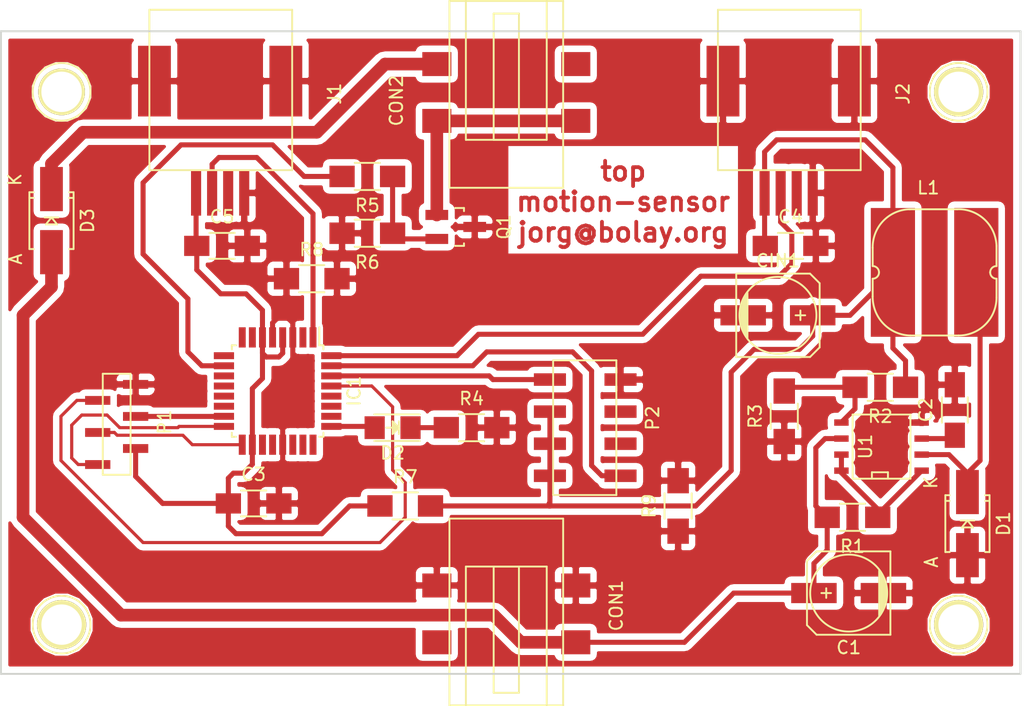
<source format=kicad_pcb>
(kicad_pcb (version 4) (host pcbnew no-vcs-found-product)

  (general
    (links 72)
    (no_connects 3)
    (area 48.425 97.274999 131.000001 153.725001)
    (thickness 1.6)
    (drawings 5)
    (tracks 192)
    (zones 0)
    (modules 32)
    (nets 42)
  )

  (page A4)
  (title_block
    (title "Motion Sensor with PWM LED Strip")
    (date 2015-12-29)
    (rev 0.1)
    (company "Jörg Bolay")
  )

  (layers
    (0 F.Cu signal)
    (31 B.Cu signal hide)
    (32 B.Adhes user hide)
    (33 F.Adhes user hide)
    (34 B.Paste user hide)
    (35 F.Paste user hide)
    (36 B.SilkS user hide)
    (37 F.SilkS user hide)
    (38 B.Mask user hide)
    (39 F.Mask user hide)
    (40 Dwgs.User user hide)
    (41 Cmts.User user hide)
    (42 Eco1.User user hide)
    (43 Eco2.User user hide)
    (44 Edge.Cuts user)
    (45 Margin user hide)
    (46 B.CrtYd user hide)
    (47 F.CrtYd user hide)
    (48 B.Fab user hide)
    (49 F.Fab user hide)
  )

  (setup
    (last_trace_width 0.4)
    (trace_clearance 0.25)
    (zone_clearance 0.508)
    (zone_45_only no)
    (trace_min 0.2)
    (segment_width 0.2)
    (edge_width 0.15)
    (via_size 0.6)
    (via_drill 0.4)
    (via_min_size 0.4)
    (via_min_drill 0.3)
    (uvia_size 0.3)
    (uvia_drill 0.1)
    (uvias_allowed no)
    (uvia_min_size 0.2)
    (uvia_min_drill 0.1)
    (pcb_text_width 0.3)
    (pcb_text_size 1.5 1.5)
    (mod_edge_width 0.15)
    (mod_text_size 1 1)
    (mod_text_width 0.15)
    (pad_size 3.9 3.9)
    (pad_drill 3.2)
    (pad_to_mask_clearance 0.2)
    (aux_axis_origin 32.9 142.7)
    (visible_elements FFFFFF7F)
    (pcbplotparams
      (layerselection 0x00000_00000001)
      (usegerberextensions false)
      (excludeedgelayer true)
      (linewidth 0.100000)
      (plotframeref false)
      (viasonmask false)
      (mode 1)
      (useauxorigin false)
      (hpglpennumber 1)
      (hpglpenspeed 20)
      (hpglpendiameter 15)
      (hpglpenoverlay 2)
      (psnegative false)
      (psa4output false)
      (plotreference true)
      (plotvalue true)
      (plotinvisibletext false)
      (padsonsilk false)
      (subtractmaskfromsilk false)
      (outputformat 5)
      (mirror false)
      (drillshape 1)
      (scaleselection 1)
      (outputdirectory ""))
  )

  (net 0 "")
  (net 1 +12V)
  (net 2 GND)
  (net 3 "Net-(C2-Pad1)")
  (net 4 +3V3)
  (net 5 "Net-(CON2-Pad2)")
  (net 6 "Net-(CON2-Pad1)")
  (net 7 "Net-(D1-Pad1)")
  (net 8 LED_PIN)
  (net 9 "Net-(D2-Pad1)")
  (net 10 "Net-(IC1-Pad2)")
  (net 11 "Net-(IC1-Pad7)")
  (net 12 "Net-(IC1-Pad8)")
  (net 13 "Net-(IC1-Pad9)")
  (net 14 PWM_Pin)
  (net 15 "Net-(IC1-Pad11)")
  (net 16 "Net-(IC1-Pad12)")
  (net 17 "Net-(IC1-Pad13)")
  (net 18 "Net-(IC1-Pad14)")
  (net 19 MOSI)
  (net 20 MISO)
  (net 21 SCK)
  (net 22 "Net-(IC1-Pad19)")
  (net 23 "Net-(IC1-Pad20)")
  (net 24 "Net-(IC1-Pad22)")
  (net 25 Motion_Sensor_Pin_1)
  (net 26 Motion_Sensor_Pin_2)
  (net 27 "Net-(IC1-Pad26)")
  (net 28 "Net-(IC1-Pad27)")
  (net 29 "Net-(IC1-Pad28)")
  (net 30 RESET)
  (net 31 RXD)
  (net 32 TXD)
  (net 33 "Net-(J1-Pad3)")
  (net 34 "Net-(J2-Pad3)")
  (net 35 "Net-(P2-Pad5)")
  (net 36 "Net-(P2-Pad3)")
  (net 37 "Net-(Q1-Pad2)")
  (net 38 "Net-(R1-Pad1)")
  (net 39 "Net-(R2-Pad2)")
  (net 40 "Net-(IC1-Pad23)")
  (net 41 "Net-(IC1-Pad24)")

  (net_class Default "Dies ist die voreingestellte Netzklasse."
    (clearance 0.25)
    (trace_width 0.4)
    (via_dia 0.6)
    (via_drill 0.4)
    (uvia_dia 0.3)
    (uvia_drill 0.1)
    (add_net +3V3)
    (add_net GND)
    (add_net LED_PIN)
    (add_net Motion_Sensor_Pin_1)
    (add_net Motion_Sensor_Pin_2)
    (add_net "Net-(C2-Pad1)")
    (add_net "Net-(D1-Pad1)")
    (add_net "Net-(D2-Pad1)")
    (add_net "Net-(IC1-Pad11)")
    (add_net "Net-(IC1-Pad12)")
    (add_net "Net-(IC1-Pad13)")
    (add_net "Net-(IC1-Pad14)")
    (add_net "Net-(IC1-Pad19)")
    (add_net "Net-(IC1-Pad2)")
    (add_net "Net-(IC1-Pad20)")
    (add_net "Net-(IC1-Pad22)")
    (add_net "Net-(IC1-Pad23)")
    (add_net "Net-(IC1-Pad24)")
    (add_net "Net-(IC1-Pad26)")
    (add_net "Net-(IC1-Pad27)")
    (add_net "Net-(IC1-Pad28)")
    (add_net "Net-(IC1-Pad7)")
    (add_net "Net-(IC1-Pad8)")
    (add_net "Net-(IC1-Pad9)")
    (add_net "Net-(J1-Pad3)")
    (add_net "Net-(J2-Pad3)")
    (add_net "Net-(P2-Pad3)")
    (add_net "Net-(P2-Pad5)")
    (add_net "Net-(Q1-Pad2)")
    (add_net "Net-(R1-Pad1)")
    (add_net "Net-(R2-Pad2)")
    (add_net PWM_Pin)
    (add_net RXD)
    (add_net TXD)
  )

  (net_class LED-Strip ""
    (clearance 0.25)
    (trace_width 1)
    (via_dia 0.6)
    (via_drill 0.4)
    (uvia_dia 0.3)
    (uvia_drill 0.1)
    (add_net +12V)
    (add_net "Net-(CON2-Pad1)")
    (add_net "Net-(CON2-Pad2)")
  )

  (net_class Small ""
    (clearance 0.25)
    (trace_width 0.25)
    (via_dia 0.6)
    (via_drill 0.4)
    (uvia_dia 0.3)
    (uvia_drill 0.1)
    (add_net MISO)
    (add_net MOSI)
    (add_net RESET)
    (add_net SCK)
  )

  (module Connect:1pin (layer F.Cu) (tedit 5692C0C6) (tstamp 5692C02D)
    (at 125.8 104.8)
    (descr "module 1 pin (ou trou mecanique de percage)")
    (tags DEV)
    (fp_text reference REF** (at 0 -3.048) (layer F.SilkS) hide
      (effects (font (size 1 1) (thickness 0.15)))
    )
    (fp_text value 1pin (at 0 2.794) (layer F.Fab) hide
      (effects (font (size 1 1) (thickness 0.15)))
    )
    (fp_circle (center 0 0) (end 0 -2.286) (layer F.SilkS) (width 0.15))
    (pad 1 thru_hole circle (at 0 0) (size 3.9 3.9) (drill 3.2) (layers *.Cu *.Mask F.SilkS))
  )

  (module Connect:1pin (layer F.Cu) (tedit 5692C008) (tstamp 5692BD93)
    (at 125.8 147)
    (descr "module 1 pin (ou trou mecanique de percage)")
    (tags DEV)
    (fp_text reference REF** (at 0 -3.048) (layer F.SilkS) hide
      (effects (font (size 1 1) (thickness 0.15)))
    )
    (fp_text value 1pin (at 0 2.794) (layer F.Fab) hide
      (effects (font (size 1 1) (thickness 0.15)))
    )
    (fp_circle (center 0 0) (end 0 -2.286) (layer F.SilkS) (width 0.15))
    (pad 1 thru_hole circle (at 0 0) (size 3.9 3.9) (drill 3.2) (layers *.Cu *.Mask F.SilkS))
  )

  (module Capacitors_SMD:c_elec_6.3x7.7 (layer F.Cu) (tedit 556FDD06) (tstamp 56913196)
    (at 117.1 144.5 180)
    (descr "SMT capacitor, aluminium electrolytic, 6.3x7.7")
    (path /56692A0A)
    (attr smd)
    (fp_text reference C1 (at 0 -4.318 180) (layer F.SilkS)
      (effects (font (size 1 1) (thickness 0.15)))
    )
    (fp_text value 100uF (at 0 4.318 180) (layer F.Fab)
      (effects (font (size 1 1) (thickness 0.15)))
    )
    (fp_line (start -4.85 -3.55) (end 4.85 -3.55) (layer F.CrtYd) (width 0.05))
    (fp_line (start 4.85 -3.55) (end 4.85 3.55) (layer F.CrtYd) (width 0.05))
    (fp_line (start 4.85 3.55) (end -4.85 3.55) (layer F.CrtYd) (width 0.05))
    (fp_line (start -4.85 3.55) (end -4.85 -3.55) (layer F.CrtYd) (width 0.05))
    (fp_line (start -2.921 -0.762) (end -2.921 0.762) (layer F.SilkS) (width 0.15))
    (fp_line (start -2.794 1.143) (end -2.794 -1.143) (layer F.SilkS) (width 0.15))
    (fp_line (start -2.667 -1.397) (end -2.667 1.397) (layer F.SilkS) (width 0.15))
    (fp_line (start -2.54 1.651) (end -2.54 -1.651) (layer F.SilkS) (width 0.15))
    (fp_line (start -2.413 -1.778) (end -2.413 1.778) (layer F.SilkS) (width 0.15))
    (fp_line (start -3.302 -3.302) (end -3.302 3.302) (layer F.SilkS) (width 0.15))
    (fp_line (start -3.302 3.302) (end 2.54 3.302) (layer F.SilkS) (width 0.15))
    (fp_line (start 2.54 3.302) (end 3.302 2.54) (layer F.SilkS) (width 0.15))
    (fp_line (start 3.302 2.54) (end 3.302 -2.54) (layer F.SilkS) (width 0.15))
    (fp_line (start 3.302 -2.54) (end 2.54 -3.302) (layer F.SilkS) (width 0.15))
    (fp_line (start 2.54 -3.302) (end -3.302 -3.302) (layer F.SilkS) (width 0.15))
    (fp_line (start 2.159 0) (end 1.397 0) (layer F.SilkS) (width 0.15))
    (fp_line (start 1.778 -0.381) (end 1.778 0.381) (layer F.SilkS) (width 0.15))
    (fp_circle (center 0 0) (end -3.048 0) (layer F.SilkS) (width 0.15))
    (pad 1 smd rect (at 2.75082 0 180) (size 3.59918 1.6002) (layers F.Cu F.Paste F.Mask)
      (net 1 +12V))
    (pad 2 smd rect (at -2.75082 0 180) (size 3.59918 1.6002) (layers F.Cu F.Paste F.Mask)
      (net 2 GND))
    (model Capacitors_SMD.3dshapes/c_elec_6.3x7.7.wrl
      (at (xyz 0 0 0))
      (scale (xyz 1 1 1))
      (rotate (xyz 0 0 0))
    )
  )

  (module Capacitors_SMD:C_1206_HandSoldering (layer F.Cu) (tedit 541A9C03) (tstamp 569131A2)
    (at 125.5 130 90)
    (descr "Capacitor SMD 1206, hand soldering")
    (tags "capacitor 1206")
    (path /566F646F)
    (attr smd)
    (fp_text reference C2 (at 0 -2.3 90) (layer F.SilkS)
      (effects (font (size 1 1) (thickness 0.15)))
    )
    (fp_text value 160pF (at 0 2.3 90) (layer F.Fab)
      (effects (font (size 1 1) (thickness 0.15)))
    )
    (fp_line (start -3.3 -1.15) (end 3.3 -1.15) (layer F.CrtYd) (width 0.05))
    (fp_line (start -3.3 1.15) (end 3.3 1.15) (layer F.CrtYd) (width 0.05))
    (fp_line (start -3.3 -1.15) (end -3.3 1.15) (layer F.CrtYd) (width 0.05))
    (fp_line (start 3.3 -1.15) (end 3.3 1.15) (layer F.CrtYd) (width 0.05))
    (fp_line (start 1 -1.025) (end -1 -1.025) (layer F.SilkS) (width 0.15))
    (fp_line (start -1 1.025) (end 1 1.025) (layer F.SilkS) (width 0.15))
    (pad 1 smd rect (at -2 0 90) (size 2 1.6) (layers F.Cu F.Paste F.Mask)
      (net 3 "Net-(C2-Pad1)"))
    (pad 2 smd rect (at 2 0 90) (size 2 1.6) (layers F.Cu F.Paste F.Mask)
      (net 2 GND))
    (model Capacitors_SMD.3dshapes/C_1206_HandSoldering.wrl
      (at (xyz 0 0 0))
      (scale (xyz 1 1 1))
      (rotate (xyz 0 0 0))
    )
  )

  (module Capacitors_SMD:C_1206_HandSoldering (layer F.Cu) (tedit 541A9C03) (tstamp 569131AE)
    (at 70 137.4)
    (descr "Capacitor SMD 1206, hand soldering")
    (tags "capacitor 1206")
    (path /566944E6)
    (attr smd)
    (fp_text reference C3 (at 0 -2.3) (layer F.SilkS)
      (effects (font (size 1 1) (thickness 0.15)))
    )
    (fp_text value 100nF (at 0 2.3) (layer F.Fab)
      (effects (font (size 1 1) (thickness 0.15)))
    )
    (fp_line (start -3.3 -1.15) (end 3.3 -1.15) (layer F.CrtYd) (width 0.05))
    (fp_line (start -3.3 1.15) (end 3.3 1.15) (layer F.CrtYd) (width 0.05))
    (fp_line (start -3.3 -1.15) (end -3.3 1.15) (layer F.CrtYd) (width 0.05))
    (fp_line (start 3.3 -1.15) (end 3.3 1.15) (layer F.CrtYd) (width 0.05))
    (fp_line (start 1 -1.025) (end -1 -1.025) (layer F.SilkS) (width 0.15))
    (fp_line (start -1 1.025) (end 1 1.025) (layer F.SilkS) (width 0.15))
    (pad 1 smd rect (at -2 0) (size 2 1.6) (layers F.Cu F.Paste F.Mask)
      (net 4 +3V3))
    (pad 2 smd rect (at 2 0) (size 2 1.6) (layers F.Cu F.Paste F.Mask)
      (net 2 GND))
    (model Capacitors_SMD.3dshapes/C_1206_HandSoldering.wrl
      (at (xyz 0 0 0))
      (scale (xyz 1 1 1))
      (rotate (xyz 0 0 0))
    )
  )

  (module Capacitors_SMD:C_1206_HandSoldering (layer F.Cu) (tedit 541A9C03) (tstamp 569131BA)
    (at 112.5 117)
    (descr "Capacitor SMD 1206, hand soldering")
    (tags "capacitor 1206")
    (path /5671D8BE)
    (attr smd)
    (fp_text reference C4 (at 0 -2.3) (layer F.SilkS)
      (effects (font (size 1 1) (thickness 0.15)))
    )
    (fp_text value 100nF (at 0 2.3) (layer F.Fab)
      (effects (font (size 1 1) (thickness 0.15)))
    )
    (fp_line (start -3.3 -1.15) (end 3.3 -1.15) (layer F.CrtYd) (width 0.05))
    (fp_line (start -3.3 1.15) (end 3.3 1.15) (layer F.CrtYd) (width 0.05))
    (fp_line (start -3.3 -1.15) (end -3.3 1.15) (layer F.CrtYd) (width 0.05))
    (fp_line (start 3.3 -1.15) (end 3.3 1.15) (layer F.CrtYd) (width 0.05))
    (fp_line (start 1 -1.025) (end -1 -1.025) (layer F.SilkS) (width 0.15))
    (fp_line (start -1 1.025) (end 1 1.025) (layer F.SilkS) (width 0.15))
    (pad 1 smd rect (at -2 0) (size 2 1.6) (layers F.Cu F.Paste F.Mask)
      (net 4 +3V3))
    (pad 2 smd rect (at 2 0) (size 2 1.6) (layers F.Cu F.Paste F.Mask)
      (net 2 GND))
    (model Capacitors_SMD.3dshapes/C_1206_HandSoldering.wrl
      (at (xyz 0 0 0))
      (scale (xyz 1 1 1))
      (rotate (xyz 0 0 0))
    )
  )

  (module Capacitors_SMD:C_1206_HandSoldering (layer F.Cu) (tedit 541A9C03) (tstamp 569131C6)
    (at 67.5 117)
    (descr "Capacitor SMD 1206, hand soldering")
    (tags "capacitor 1206")
    (path /566C9FBD)
    (attr smd)
    (fp_text reference C5 (at 0 -2.3) (layer F.SilkS)
      (effects (font (size 1 1) (thickness 0.15)))
    )
    (fp_text value 100nF (at 0 2.3) (layer F.Fab)
      (effects (font (size 1 1) (thickness 0.15)))
    )
    (fp_line (start -3.3 -1.15) (end 3.3 -1.15) (layer F.CrtYd) (width 0.05))
    (fp_line (start -3.3 1.15) (end 3.3 1.15) (layer F.CrtYd) (width 0.05))
    (fp_line (start -3.3 -1.15) (end -3.3 1.15) (layer F.CrtYd) (width 0.05))
    (fp_line (start 3.3 -1.15) (end 3.3 1.15) (layer F.CrtYd) (width 0.05))
    (fp_line (start 1 -1.025) (end -1 -1.025) (layer F.SilkS) (width 0.15))
    (fp_line (start -1 1.025) (end 1 1.025) (layer F.SilkS) (width 0.15))
    (pad 1 smd rect (at -2 0) (size 2 1.6) (layers F.Cu F.Paste F.Mask)
      (net 4 +3V3))
    (pad 2 smd rect (at 2 0) (size 2 1.6) (layers F.Cu F.Paste F.Mask)
      (net 2 GND))
    (model Capacitors_SMD.3dshapes/C_1206_HandSoldering.wrl
      (at (xyz 0 0 0))
      (scale (xyz 1 1 1))
      (rotate (xyz 0 0 0))
    )
  )

  (module Capacitors_SMD:c_elec_6.3x7.7 (layer F.Cu) (tedit 556FDD06) (tstamp 569131DE)
    (at 111.5 122.5)
    (descr "SMT capacitor, aluminium electrolytic, 6.3x7.7")
    (path /5669299B)
    (attr smd)
    (fp_text reference CIN1 (at 0 -4.318) (layer F.SilkS)
      (effects (font (size 1 1) (thickness 0.15)))
    )
    (fp_text value 50uF (at 0 4.318) (layer F.Fab)
      (effects (font (size 1 1) (thickness 0.15)))
    )
    (fp_line (start -4.85 -3.55) (end 4.85 -3.55) (layer F.CrtYd) (width 0.05))
    (fp_line (start 4.85 -3.55) (end 4.85 3.55) (layer F.CrtYd) (width 0.05))
    (fp_line (start 4.85 3.55) (end -4.85 3.55) (layer F.CrtYd) (width 0.05))
    (fp_line (start -4.85 3.55) (end -4.85 -3.55) (layer F.CrtYd) (width 0.05))
    (fp_line (start -2.921 -0.762) (end -2.921 0.762) (layer F.SilkS) (width 0.15))
    (fp_line (start -2.794 1.143) (end -2.794 -1.143) (layer F.SilkS) (width 0.15))
    (fp_line (start -2.667 -1.397) (end -2.667 1.397) (layer F.SilkS) (width 0.15))
    (fp_line (start -2.54 1.651) (end -2.54 -1.651) (layer F.SilkS) (width 0.15))
    (fp_line (start -2.413 -1.778) (end -2.413 1.778) (layer F.SilkS) (width 0.15))
    (fp_line (start -3.302 -3.302) (end -3.302 3.302) (layer F.SilkS) (width 0.15))
    (fp_line (start -3.302 3.302) (end 2.54 3.302) (layer F.SilkS) (width 0.15))
    (fp_line (start 2.54 3.302) (end 3.302 2.54) (layer F.SilkS) (width 0.15))
    (fp_line (start 3.302 2.54) (end 3.302 -2.54) (layer F.SilkS) (width 0.15))
    (fp_line (start 3.302 -2.54) (end 2.54 -3.302) (layer F.SilkS) (width 0.15))
    (fp_line (start 2.54 -3.302) (end -3.302 -3.302) (layer F.SilkS) (width 0.15))
    (fp_line (start 2.159 0) (end 1.397 0) (layer F.SilkS) (width 0.15))
    (fp_line (start 1.778 -0.381) (end 1.778 0.381) (layer F.SilkS) (width 0.15))
    (fp_circle (center 0 0) (end -3.048 0) (layer F.SilkS) (width 0.15))
    (pad 1 smd rect (at 2.75082 0) (size 3.59918 1.6002) (layers F.Cu F.Paste F.Mask)
      (net 4 +3V3))
    (pad 2 smd rect (at -2.75082 0) (size 3.59918 1.6002) (layers F.Cu F.Paste F.Mask)
      (net 2 GND))
    (model Capacitors_SMD.3dshapes/c_elec_6.3x7.7.wrl
      (at (xyz 0 0 0))
      (scale (xyz 1 1 1))
      (rotate (xyz 0 0 0))
    )
  )

  (module "bolay library:barrel_jack_ds_1613_14" (layer F.Cu) (tedit 567FA7A7) (tstamp 569131F1)
    (at 90 146 90)
    (path /566AC197)
    (fp_text reference CON1 (at 0.5 8.7 90) (layer F.SilkS)
      (effects (font (size 1 1) (thickness 0.15)))
    )
    (fp_text value "LUM 1613-14" (at 0.7 -8.4 90) (layer F.Fab)
      (effects (font (size 1 1) (thickness 0.15)))
    )
    (fp_line (start -7.4 -3.2) (end 3.6 -3.2) (layer F.SilkS) (width 0.15))
    (fp_line (start 3.6 -3.2) (end 3.6 3.2) (layer F.SilkS) (width 0.15))
    (fp_line (start 3.6 3.2) (end -7.4 3.2) (layer F.SilkS) (width 0.15))
    (fp_line (start -6.4 -1) (end 3.6 -1) (layer F.SilkS) (width 0.15))
    (fp_line (start 3.6 -1) (end 3.6 1) (layer F.SilkS) (width 0.15))
    (fp_line (start 3.6 1) (end -6.4 1) (layer F.SilkS) (width 0.15))
    (fp_line (start -6.4 1) (end -6.4 -1) (layer F.SilkS) (width 0.15))
    (fp_line (start -7.4 -4.5) (end 7.4 -4.5) (layer F.SilkS) (width 0.15))
    (fp_line (start 7.4 -4.5) (end 7.4 4.5) (layer F.SilkS) (width 0.15))
    (fp_line (start 7.4 4.5) (end -7.4 4.5) (layer F.SilkS) (width 0.15))
    (fp_line (start -7.4 4.5) (end -7.4 -4.5) (layer F.SilkS) (width 0.15))
    (pad 4 smd rect (at -2.4 -5.5 90) (size 1.9 2.3) (layers F.Cu F.Paste F.Mask))
    (pad 2 smd rect (at 2.1 5.5 90) (size 1.9 2.3) (layers F.Cu F.Paste F.Mask)
      (net 2 GND))
    (pad 1 smd rect (at -2.4 5.5 90) (size 1.9 2.3) (layers F.Cu F.Paste F.Mask)
      (net 1 +12V))
    (pad 3 smd rect (at 2.1 -5.5 90) (size 1.9 2.3) (layers F.Cu F.Paste F.Mask)
      (net 2 GND))
  )

  (module "bolay library:barrel_jack_ds_1613_14" (layer F.Cu) (tedit 567FA7A7) (tstamp 56913204)
    (at 90 105 270)
    (path /56823177)
    (fp_text reference CON2 (at 0.5 8.7 270) (layer F.SilkS)
      (effects (font (size 1 1) (thickness 0.15)))
    )
    (fp_text value "LUM 1613-14" (at 0.7 -8.4 270) (layer F.Fab)
      (effects (font (size 1 1) (thickness 0.15)))
    )
    (fp_line (start -7.4 -3.2) (end 3.6 -3.2) (layer F.SilkS) (width 0.15))
    (fp_line (start 3.6 -3.2) (end 3.6 3.2) (layer F.SilkS) (width 0.15))
    (fp_line (start 3.6 3.2) (end -7.4 3.2) (layer F.SilkS) (width 0.15))
    (fp_line (start -6.4 -1) (end 3.6 -1) (layer F.SilkS) (width 0.15))
    (fp_line (start 3.6 -1) (end 3.6 1) (layer F.SilkS) (width 0.15))
    (fp_line (start 3.6 1) (end -6.4 1) (layer F.SilkS) (width 0.15))
    (fp_line (start -6.4 1) (end -6.4 -1) (layer F.SilkS) (width 0.15))
    (fp_line (start -7.4 -4.5) (end 7.4 -4.5) (layer F.SilkS) (width 0.15))
    (fp_line (start 7.4 -4.5) (end 7.4 4.5) (layer F.SilkS) (width 0.15))
    (fp_line (start 7.4 4.5) (end -7.4 4.5) (layer F.SilkS) (width 0.15))
    (fp_line (start -7.4 4.5) (end -7.4 -4.5) (layer F.SilkS) (width 0.15))
    (pad 4 smd rect (at -2.4 -5.5 270) (size 1.9 2.3) (layers F.Cu F.Paste F.Mask))
    (pad 2 smd rect (at 2.1 5.5 270) (size 1.9 2.3) (layers F.Cu F.Paste F.Mask)
      (net 5 "Net-(CON2-Pad2)"))
    (pad 1 smd rect (at -2.4 5.5 270) (size 1.9 2.3) (layers F.Cu F.Paste F.Mask)
      (net 6 "Net-(CON2-Pad1)"))
    (pad 3 smd rect (at 2.1 -5.5 270) (size 1.9 2.3) (layers F.Cu F.Paste F.Mask)
      (net 5 "Net-(CON2-Pad2)"))
  )

  (module LEDs:LED_1206 (layer F.Cu) (tedit 55BDE2E8) (tstamp 56913226)
    (at 81 131.4 180)
    (descr "LED 1206 smd package")
    (tags "LED1206 SMD")
    (path /566B37F7)
    (attr smd)
    (fp_text reference D2 (at 0 -2 180) (layer F.SilkS)
      (effects (font (size 1 1) (thickness 0.15)))
    )
    (fp_text value LED (at 0 2 180) (layer F.Fab)
      (effects (font (size 1 1) (thickness 0.15)))
    )
    (fp_line (start -2.15 1.05) (end 1.45 1.05) (layer F.SilkS) (width 0.15))
    (fp_line (start -2.15 -1.05) (end 1.45 -1.05) (layer F.SilkS) (width 0.15))
    (fp_line (start -0.1 -0.3) (end -0.1 0.3) (layer F.SilkS) (width 0.15))
    (fp_line (start -0.1 0.3) (end -0.4 0) (layer F.SilkS) (width 0.15))
    (fp_line (start -0.4 0) (end -0.2 -0.2) (layer F.SilkS) (width 0.15))
    (fp_line (start -0.2 -0.2) (end -0.2 0.05) (layer F.SilkS) (width 0.15))
    (fp_line (start -0.2 0.05) (end -0.25 0) (layer F.SilkS) (width 0.15))
    (fp_line (start -0.5 -0.5) (end -0.5 0.5) (layer F.SilkS) (width 0.15))
    (fp_line (start 0 0) (end 0.5 0) (layer F.SilkS) (width 0.15))
    (fp_line (start -0.5 0) (end 0 -0.5) (layer F.SilkS) (width 0.15))
    (fp_line (start 0 -0.5) (end 0 0.5) (layer F.SilkS) (width 0.15))
    (fp_line (start 0 0.5) (end -0.5 0) (layer F.SilkS) (width 0.15))
    (fp_line (start 2.5 -1.25) (end -2.5 -1.25) (layer F.CrtYd) (width 0.05))
    (fp_line (start -2.5 -1.25) (end -2.5 1.25) (layer F.CrtYd) (width 0.05))
    (fp_line (start -2.5 1.25) (end 2.5 1.25) (layer F.CrtYd) (width 0.05))
    (fp_line (start 2.5 1.25) (end 2.5 -1.25) (layer F.CrtYd) (width 0.05))
    (pad 2 smd rect (at 1.41986 0) (size 1.59766 1.80086) (layers F.Cu F.Paste F.Mask)
      (net 8 LED_PIN))
    (pad 1 smd rect (at -1.41986 0) (size 1.59766 1.80086) (layers F.Cu F.Paste F.Mask)
      (net 9 "Net-(D2-Pad1)"))
    (model LEDs.3dshapes/LED_1206.wrl
      (at (xyz 0 0 0))
      (scale (xyz 1 1 1))
      (rotate (xyz 0 0 180))
    )
  )

  (module Housings_QFP:TQFP-32_7x7mm_Pitch0.8mm (layer F.Cu) (tedit 54130A77) (tstamp 56913263)
    (at 71.9 128.5 270)
    (descr "32-Lead Plastic Thin Quad Flatpack (PT) - 7x7x1.0 mm Body, 2.00 mm [TQFP] (see Microchip Packaging Specification 00000049BS.pdf)")
    (tags "QFP 0.8")
    (path /566926EE)
    (attr smd)
    (fp_text reference IC1 (at 0 -6.05 270) (layer F.SilkS)
      (effects (font (size 1 1) (thickness 0.15)))
    )
    (fp_text value "ATMEGA328P-A AU 1537" (at 0 6.05 270) (layer F.Fab)
      (effects (font (size 1 1) (thickness 0.15)))
    )
    (fp_line (start -5.3 -5.3) (end -5.3 5.3) (layer F.CrtYd) (width 0.05))
    (fp_line (start 5.3 -5.3) (end 5.3 5.3) (layer F.CrtYd) (width 0.05))
    (fp_line (start -5.3 -5.3) (end 5.3 -5.3) (layer F.CrtYd) (width 0.05))
    (fp_line (start -5.3 5.3) (end 5.3 5.3) (layer F.CrtYd) (width 0.05))
    (fp_line (start -3.625 -3.625) (end -3.625 -3.3) (layer F.SilkS) (width 0.15))
    (fp_line (start 3.625 -3.625) (end 3.625 -3.3) (layer F.SilkS) (width 0.15))
    (fp_line (start 3.625 3.625) (end 3.625 3.3) (layer F.SilkS) (width 0.15))
    (fp_line (start -3.625 3.625) (end -3.625 3.3) (layer F.SilkS) (width 0.15))
    (fp_line (start -3.625 -3.625) (end -3.3 -3.625) (layer F.SilkS) (width 0.15))
    (fp_line (start -3.625 3.625) (end -3.3 3.625) (layer F.SilkS) (width 0.15))
    (fp_line (start 3.625 3.625) (end 3.3 3.625) (layer F.SilkS) (width 0.15))
    (fp_line (start 3.625 -3.625) (end 3.3 -3.625) (layer F.SilkS) (width 0.15))
    (fp_line (start -3.625 -3.3) (end -5.05 -3.3) (layer F.SilkS) (width 0.15))
    (pad 1 smd rect (at -4.25 -2.8 270) (size 1.6 0.55) (layers F.Cu F.Paste F.Mask)
      (net 25 Motion_Sensor_Pin_1))
    (pad 2 smd rect (at -4.25 -2 270) (size 1.6 0.55) (layers F.Cu F.Paste F.Mask)
      (net 10 "Net-(IC1-Pad2)"))
    (pad 3 smd rect (at -4.25 -1.2 270) (size 1.6 0.55) (layers F.Cu F.Paste F.Mask)
      (net 2 GND))
    (pad 4 smd rect (at -4.25 -0.4 270) (size 1.6 0.55) (layers F.Cu F.Paste F.Mask)
      (net 4 +3V3))
    (pad 5 smd rect (at -4.25 0.4 270) (size 1.6 0.55) (layers F.Cu F.Paste F.Mask)
      (net 2 GND))
    (pad 6 smd rect (at -4.25 1.2 270) (size 1.6 0.55) (layers F.Cu F.Paste F.Mask)
      (net 4 +3V3))
    (pad 7 smd rect (at -4.25 2 270) (size 1.6 0.55) (layers F.Cu F.Paste F.Mask)
      (net 11 "Net-(IC1-Pad7)"))
    (pad 8 smd rect (at -4.25 2.8 270) (size 1.6 0.55) (layers F.Cu F.Paste F.Mask)
      (net 12 "Net-(IC1-Pad8)"))
    (pad 9 smd rect (at -2.8 4.25) (size 1.6 0.55) (layers F.Cu F.Paste F.Mask)
      (net 13 "Net-(IC1-Pad9)"))
    (pad 10 smd rect (at -2 4.25) (size 1.6 0.55) (layers F.Cu F.Paste F.Mask)
      (net 14 PWM_Pin))
    (pad 11 smd rect (at -1.2 4.25) (size 1.6 0.55) (layers F.Cu F.Paste F.Mask)
      (net 15 "Net-(IC1-Pad11)"))
    (pad 12 smd rect (at -0.4 4.25) (size 1.6 0.55) (layers F.Cu F.Paste F.Mask)
      (net 16 "Net-(IC1-Pad12)"))
    (pad 13 smd rect (at 0.4 4.25) (size 1.6 0.55) (layers F.Cu F.Paste F.Mask)
      (net 17 "Net-(IC1-Pad13)"))
    (pad 14 smd rect (at 1.2 4.25) (size 1.6 0.55) (layers F.Cu F.Paste F.Mask)
      (net 18 "Net-(IC1-Pad14)"))
    (pad 15 smd rect (at 2 4.25) (size 1.6 0.55) (layers F.Cu F.Paste F.Mask)
      (net 19 MOSI))
    (pad 16 smd rect (at 2.8 4.25) (size 1.6 0.55) (layers F.Cu F.Paste F.Mask)
      (net 20 MISO))
    (pad 17 smd rect (at 4.25 2.8 270) (size 1.6 0.55) (layers F.Cu F.Paste F.Mask)
      (net 21 SCK))
    (pad 18 smd rect (at 4.25 2 270) (size 1.6 0.55) (layers F.Cu F.Paste F.Mask)
      (net 4 +3V3))
    (pad 19 smd rect (at 4.25 1.2 270) (size 1.6 0.55) (layers F.Cu F.Paste F.Mask)
      (net 22 "Net-(IC1-Pad19)"))
    (pad 20 smd rect (at 4.25 0.4 270) (size 1.6 0.55) (layers F.Cu F.Paste F.Mask)
      (net 23 "Net-(IC1-Pad20)"))
    (pad 21 smd rect (at 4.25 -0.4 270) (size 1.6 0.55) (layers F.Cu F.Paste F.Mask)
      (net 2 GND))
    (pad 22 smd rect (at 4.25 -1.2 270) (size 1.6 0.55) (layers F.Cu F.Paste F.Mask)
      (net 24 "Net-(IC1-Pad22)"))
    (pad 23 smd rect (at 4.25 -2 270) (size 1.6 0.55) (layers F.Cu F.Paste F.Mask)
      (net 40 "Net-(IC1-Pad23)"))
    (pad 24 smd rect (at 4.25 -2.8 270) (size 1.6 0.55) (layers F.Cu F.Paste F.Mask)
      (net 41 "Net-(IC1-Pad24)"))
    (pad 25 smd rect (at 2.8 -4.25) (size 1.6 0.55) (layers F.Cu F.Paste F.Mask)
      (net 8 LED_PIN))
    (pad 26 smd rect (at 2 -4.25) (size 1.6 0.55) (layers F.Cu F.Paste F.Mask)
      (net 27 "Net-(IC1-Pad26)"))
    (pad 27 smd rect (at 1.2 -4.25) (size 1.6 0.55) (layers F.Cu F.Paste F.Mask)
      (net 28 "Net-(IC1-Pad27)"))
    (pad 28 smd rect (at 0.4 -4.25) (size 1.6 0.55) (layers F.Cu F.Paste F.Mask)
      (net 29 "Net-(IC1-Pad28)"))
    (pad 29 smd rect (at -0.4 -4.25) (size 1.6 0.55) (layers F.Cu F.Paste F.Mask)
      (net 30 RESET))
    (pad 30 smd rect (at -1.2 -4.25) (size 1.6 0.55) (layers F.Cu F.Paste F.Mask)
      (net 31 RXD))
    (pad 31 smd rect (at -2 -4.25) (size 1.6 0.55) (layers F.Cu F.Paste F.Mask)
      (net 32 TXD))
    (pad 32 smd rect (at -2.8 -4.25) (size 1.6 0.55) (layers F.Cu F.Paste F.Mask)
      (net 26 Motion_Sensor_Pin_2))
    (model Housings_QFP.3dshapes/TQFP-32_7x7mm_Pitch0.8mm.wrl
      (at (xyz 0 0 0))
      (scale (xyz 1 1 1))
      (rotate (xyz 0 0 0))
    )
  )

  (module "bolay library:RJ10_SMD_4p4c" (layer F.Cu) (tedit 56912842) (tstamp 56913272)
    (at 61 111 90)
    (path /5691303D)
    (fp_text reference J1 (at 6.05 15.4 90) (layer F.SilkS)
      (effects (font (size 1 1) (thickness 0.15)))
    )
    (fp_text value RJ10_4p4c (at 6.55 -3.1 90) (layer F.Fab)
      (effects (font (size 1 1) (thickness 0.15)))
    )
    (fp_line (start 0 6.35) (end 0 0.75) (layer F.SilkS) (width 0.15))
    (fp_line (start 0 0.75) (end 12.7 0.75) (layer F.SilkS) (width 0.15))
    (fp_line (start 12.7 0.75) (end 12.7 12.05) (layer F.SilkS) (width 0.15))
    (fp_line (start 12.7 12.05) (end 0 12.05) (layer F.SilkS) (width 0.15))
    (fp_line (start 0 12.05) (end 0 6.35) (layer F.SilkS) (width 0.15))
    (pad 4 smd rect (at -1.805 8.255 90) (size 3.6 0.8) (layers F.Cu F.Paste F.Mask)
      (net 2 GND))
    (pad 3 smd rect (at -1.805 6.985 90) (size 3.6 0.8) (layers F.Cu F.Paste F.Mask)
      (net 33 "Net-(J1-Pad3)"))
    (pad 2 smd rect (at -1.805 5.715 90) (size 3.6 0.8) (layers F.Cu F.Paste F.Mask)
      (net 25 Motion_Sensor_Pin_1))
    (pad 6 smd rect (at 7.05 11.55 90) (size 5.6 2.6) (layers F.Cu F.Paste F.Mask)
      (net 2 GND))
    (pad 5 smd rect (at 7.05 1.15 90) (size 5.6 2.6) (layers F.Cu F.Paste F.Mask)
      (net 2 GND))
    (pad 1 smd rect (at -1.805 4.445 90) (size 3.6 0.8) (layers F.Cu F.Paste F.Mask)
      (net 4 +3V3))
  )

  (module "bolay library:RJ10_SMD_4p4c" (layer F.Cu) (tedit 56912842) (tstamp 56913281)
    (at 106 111 90)
    (path /56912E30)
    (fp_text reference J2 (at 6.05 15.4 90) (layer F.SilkS)
      (effects (font (size 1 1) (thickness 0.15)))
    )
    (fp_text value RJ10_4p4c (at 6.55 -3.1 90) (layer F.Fab)
      (effects (font (size 1 1) (thickness 0.15)))
    )
    (fp_line (start 0 6.35) (end 0 0.75) (layer F.SilkS) (width 0.15))
    (fp_line (start 0 0.75) (end 12.7 0.75) (layer F.SilkS) (width 0.15))
    (fp_line (start 12.7 0.75) (end 12.7 12.05) (layer F.SilkS) (width 0.15))
    (fp_line (start 12.7 12.05) (end 0 12.05) (layer F.SilkS) (width 0.15))
    (fp_line (start 0 12.05) (end 0 6.35) (layer F.SilkS) (width 0.15))
    (pad 4 smd rect (at -1.805 8.255 90) (size 3.6 0.8) (layers F.Cu F.Paste F.Mask)
      (net 2 GND))
    (pad 3 smd rect (at -1.805 6.985 90) (size 3.6 0.8) (layers F.Cu F.Paste F.Mask)
      (net 34 "Net-(J2-Pad3)"))
    (pad 2 smd rect (at -1.805 5.715 90) (size 3.6 0.8) (layers F.Cu F.Paste F.Mask)
      (net 26 Motion_Sensor_Pin_2))
    (pad 6 smd rect (at 7.05 11.55 90) (size 5.6 2.6) (layers F.Cu F.Paste F.Mask)
      (net 2 GND))
    (pad 5 smd rect (at 7.05 1.15 90) (size 5.6 2.6) (layers F.Cu F.Paste F.Mask)
      (net 2 GND))
    (pad 1 smd rect (at -1.805 4.445 90) (size 3.6 0.8) (layers F.Cu F.Paste F.Mask)
      (net 4 +3V3))
  )

  (module "bolay library:SRN_1060_Power_Inductors" (layer F.Cu) (tedit 567D7C4D) (tstamp 56913295)
    (at 123.9 119.1 180)
    (path /56692C8F)
    (fp_text reference L1 (at 0.5 6.7 180) (layer F.SilkS)
      (effects (font (size 1 1) (thickness 0.15)))
    )
    (fp_text value 35uH (at 0 -7 180) (layer F.Fab)
      (effects (font (size 1 1) (thickness 0.15)))
    )
    (fp_line (start -4.9 -2) (end -4.9 -0.5) (layer F.SilkS) (width 0.15))
    (fp_line (start -4.9 2.1) (end -4.9 0.5) (layer F.SilkS) (width 0.15))
    (fp_line (start -1.8 5) (end 2 5) (layer F.SilkS) (width 0.15))
    (fp_line (start 4.9 1.95) (end 4.9 0.5) (layer F.SilkS) (width 0.15))
    (fp_line (start 4.9 -1.9) (end 4.9 -0.5) (layer F.SilkS) (width 0.15))
    (fp_line (start -1.9 -5) (end 1.9 -5) (layer F.SilkS) (width 0.15))
    (fp_arc (start -4.9 0) (end -4.9 -0.5) (angle 90) (layer F.SilkS) (width 0.15))
    (fp_arc (start -4.9 0) (end -4.4 0) (angle 90) (layer F.SilkS) (width 0.15))
    (fp_arc (start 4.9 0) (end 4.9 -0.5) (angle -90) (layer F.SilkS) (width 0.15))
    (fp_arc (start 4.9 0) (end 4.4 0) (angle -90) (layer F.SilkS) (width 0.15))
    (fp_arc (start -1.9 -2) (end -4.9 -2) (angle 90) (layer F.SilkS) (width 0.15))
    (fp_arc (start -1.9 2) (end -1.8 5) (angle 90) (layer F.SilkS) (width 0.15))
    (fp_arc (start 1.9 2) (end 4.9 1.95) (angle 90) (layer F.SilkS) (width 0.15))
    (fp_arc (start 1.85 -1.95) (end 1.9 -5) (angle 90) (layer F.SilkS) (width 0.15))
    (pad 2 smd rect (at 3.3 0 180) (size 3.5 10.2) (layers F.Cu F.Paste F.Mask)
      (net 4 +3V3))
    (pad 1 smd rect (at -3.3 0 180) (size 3.5 10.2) (layers F.Cu F.Paste F.Mask)
      (net 7 "Net-(D1-Pad1)"))
  )

  (module "bolay library:6x1pin_50mil_header" (layer F.Cu) (tedit 568236BC) (tstamp 569132A3)
    (at 59.4 131.2 90)
    (path /5669831C)
    (fp_text reference P1 (at 0.24 3.55 90) (layer F.SilkS)
      (effects (font (size 1 1) (thickness 0.15)))
    )
    (fp_text value ISP (at 0.2 -3.92 90) (layer F.Fab)
      (effects (font (size 1 1) (thickness 0.15)))
    )
    (fp_line (start -3.93 -1.34) (end 4.07 -1.34) (layer F.SilkS) (width 0.15))
    (fp_line (start 4.07 -1.34) (end 4.07 0.86) (layer F.SilkS) (width 0.15))
    (fp_line (start 4.07 0.86) (end -3.93 0.86) (layer F.SilkS) (width 0.15))
    (fp_line (start -3.93 0.86) (end -3.93 -1.34) (layer F.SilkS) (width 0.15))
    (pad 6 smd rect (at 3.23 1.26 90) (size 0.7 2) (layers F.Cu F.Paste F.Mask)
      (net 2 GND))
    (pad 5 smd rect (at 1.96 -1.74 90) (size 0.7 2) (layers F.Cu F.Paste F.Mask)
      (net 30 RESET))
    (pad 4 smd rect (at 0.69 1.26 90) (size 0.7 2) (layers F.Cu F.Paste F.Mask)
      (net 19 MOSI))
    (pad 3 smd rect (at -0.58 -1.74 90) (size 0.7 2) (layers F.Cu F.Paste F.Mask)
      (net 21 SCK))
    (pad 2 smd rect (at -1.85 1.26 90) (size 0.7 2) (layers F.Cu F.Paste F.Mask)
      (net 4 +3V3))
    (pad 1 smd rect (at -3.12 -1.74 90) (size 0.7 2) (layers F.Cu F.Paste F.Mask)
      (net 20 MISO))
  )

  (module "bolay library:8pin_Header_SMD" (layer F.Cu) (tedit 567FB01F) (tstamp 569132B3)
    (at 96.5 131.4 90)
    (path /566B21B4)
    (fp_text reference P2 (at 0.762 5.08 90) (layer F.SilkS)
      (effects (font (size 1 1) (thickness 0.15)))
    )
    (fp_text value ESP8266 (at 0.254 -5.842 90) (layer F.Fab)
      (effects (font (size 1 1) (thickness 0.15)))
    )
    (fp_line (start 5.334 -2.794) (end 5.334 2.2098) (layer F.SilkS) (width 0.15))
    (fp_line (start 5.334 2.2098) (end -5.334 2.2098) (layer F.SilkS) (width 0.15))
    (fp_line (start -5.334 2.2098) (end -5.334 -2.794) (layer F.SilkS) (width 0.15))
    (fp_line (start -5.334 -2.794) (end 5.334 -2.794) (layer F.SilkS) (width 0.15))
    (pad 8 smd rect (at 3.81 -3.048 90) (size 0.9906 2.54) (layers F.Cu F.Paste F.Mask)
      (net 31 RXD))
    (pad 6 smd rect (at 1.27 -3.048 90) (size 0.9906 2.54) (layers F.Cu F.Paste F.Mask)
      (net 4 +3V3))
    (pad 4 smd rect (at -1.27 -3.048 90) (size 0.9906 2.54) (layers F.Cu F.Paste F.Mask)
      (net 4 +3V3))
    (pad 7 smd rect (at 3.81 2.54 90) (size 0.9906 2.54) (layers F.Cu F.Paste F.Mask)
      (net 2 GND))
    (pad 5 smd rect (at 1.27 2.54 90) (size 0.9906 2.54) (layers F.Cu F.Paste F.Mask)
      (net 35 "Net-(P2-Pad5)"))
    (pad 3 smd rect (at -1.27 2.54 90) (size 0.9906 2.54) (layers F.Cu F.Paste F.Mask)
      (net 36 "Net-(P2-Pad3)"))
    (pad 1 smd rect (at -3.81 2.54 90) (size 0.9906 2.54) (layers F.Cu F.Paste F.Mask)
      (net 32 TXD))
    (pad 2 smd rect (at -3.81 -3.048 90) (size 0.9906 2.54) (layers F.Cu F.Paste F.Mask)
      (net 4 +3V3))
    (model "/home/jbolay/src/mikrocontroller/kicad/3d-modelle/User Library-SFM210-LPSE-D04-SP-BK.wrl"
      (at (xyz 0 0 0))
      (scale (xyz 0 0 0))
      (rotate (xyz 0 0 0))
    )
  )

  (module TO_SOT_Packages_SMD:SOT-23_Handsoldering (layer F.Cu) (tedit 54E9291B) (tstamp 569132BE)
    (at 86 115.5 270)
    (descr "SOT-23, Handsoldering")
    (tags SOT-23)
    (path /56694EF9)
    (attr smd)
    (fp_text reference Q1 (at 0 -3.81 270) (layer F.SilkS)
      (effects (font (size 1 1) (thickness 0.15)))
    )
    (fp_text value FDN337N (at 0 3.81 270) (layer F.Fab)
      (effects (font (size 1 1) (thickness 0.15)))
    )
    (fp_line (start -1.49982 0.0508) (end -1.49982 -0.65024) (layer F.SilkS) (width 0.15))
    (fp_line (start -1.49982 -0.65024) (end -1.2509 -0.65024) (layer F.SilkS) (width 0.15))
    (fp_line (start 1.29916 -0.65024) (end 1.49982 -0.65024) (layer F.SilkS) (width 0.15))
    (fp_line (start 1.49982 -0.65024) (end 1.49982 0.0508) (layer F.SilkS) (width 0.15))
    (pad 1 smd rect (at -0.95 1.50114 270) (size 0.8001 1.80086) (layers F.Cu F.Paste F.Mask)
      (net 5 "Net-(CON2-Pad2)"))
    (pad 2 smd rect (at 0.95 1.50114 270) (size 0.8001 1.80086) (layers F.Cu F.Paste F.Mask)
      (net 37 "Net-(Q1-Pad2)"))
    (pad 3 smd rect (at 0 -1.50114 270) (size 0.8001 1.80086) (layers F.Cu F.Paste F.Mask)
      (net 2 GND))
    (model TO_SOT_Packages_SMD.3dshapes/SOT-23_Handsoldering.wrl
      (at (xyz 0 0 0))
      (scale (xyz 1 1 1))
      (rotate (xyz 0 0 0))
    )
  )

  (module Resistors_SMD:R_1206_HandSoldering (layer F.Cu) (tedit 5418A20D) (tstamp 569132CA)
    (at 117.4 138.5 180)
    (descr "Resistor SMD 1206, hand soldering")
    (tags "resistor 1206")
    (path /566F1004)
    (attr smd)
    (fp_text reference R1 (at 0 -2.3 180) (layer F.SilkS)
      (effects (font (size 1 1) (thickness 0.15)))
    )
    (fp_text value 0.33 (at 0 2.3 180) (layer F.Fab)
      (effects (font (size 1 1) (thickness 0.15)))
    )
    (fp_line (start -3.3 -1.2) (end 3.3 -1.2) (layer F.CrtYd) (width 0.05))
    (fp_line (start -3.3 1.2) (end 3.3 1.2) (layer F.CrtYd) (width 0.05))
    (fp_line (start -3.3 -1.2) (end -3.3 1.2) (layer F.CrtYd) (width 0.05))
    (fp_line (start 3.3 -1.2) (end 3.3 1.2) (layer F.CrtYd) (width 0.05))
    (fp_line (start 1 1.075) (end -1 1.075) (layer F.SilkS) (width 0.15))
    (fp_line (start -1 -1.075) (end 1 -1.075) (layer F.SilkS) (width 0.15))
    (pad 1 smd rect (at -2 0 180) (size 2 1.7) (layers F.Cu F.Paste F.Mask)
      (net 38 "Net-(R1-Pad1)"))
    (pad 2 smd rect (at 2 0 180) (size 2 1.7) (layers F.Cu F.Paste F.Mask)
      (net 1 +12V))
    (model Resistors_SMD.3dshapes/R_1206_HandSoldering.wrl
      (at (xyz 0 0 0))
      (scale (xyz 1 1 1))
      (rotate (xyz 0 0 0))
    )
  )

  (module Resistors_SMD:R_1206_HandSoldering (layer F.Cu) (tedit 5418A20D) (tstamp 569132D6)
    (at 119.6 128.2 180)
    (descr "Resistor SMD 1206, hand soldering")
    (tags "resistor 1206")
    (path /566F132C)
    (attr smd)
    (fp_text reference R2 (at 0 -2.3 180) (layer F.SilkS)
      (effects (font (size 1 1) (thickness 0.15)))
    )
    (fp_text value 18k (at 0 2.3 180) (layer F.Fab)
      (effects (font (size 1 1) (thickness 0.15)))
    )
    (fp_line (start -3.3 -1.2) (end 3.3 -1.2) (layer F.CrtYd) (width 0.05))
    (fp_line (start -3.3 1.2) (end 3.3 1.2) (layer F.CrtYd) (width 0.05))
    (fp_line (start -3.3 -1.2) (end -3.3 1.2) (layer F.CrtYd) (width 0.05))
    (fp_line (start 3.3 -1.2) (end 3.3 1.2) (layer F.CrtYd) (width 0.05))
    (fp_line (start 1 1.075) (end -1 1.075) (layer F.SilkS) (width 0.15))
    (fp_line (start -1 -1.075) (end 1 -1.075) (layer F.SilkS) (width 0.15))
    (pad 1 smd rect (at -2 0 180) (size 2 1.7) (layers F.Cu F.Paste F.Mask)
      (net 4 +3V3))
    (pad 2 smd rect (at 2 0 180) (size 2 1.7) (layers F.Cu F.Paste F.Mask)
      (net 39 "Net-(R2-Pad2)"))
    (model Resistors_SMD.3dshapes/R_1206_HandSoldering.wrl
      (at (xyz 0 0 0))
      (scale (xyz 1 1 1))
      (rotate (xyz 0 0 0))
    )
  )

  (module Resistors_SMD:R_1206_HandSoldering (layer F.Cu) (tedit 5418A20D) (tstamp 569132E2)
    (at 112 130.5 90)
    (descr "Resistor SMD 1206, hand soldering")
    (tags "resistor 1206")
    (path /566F13A6)
    (attr smd)
    (fp_text reference R3 (at 0 -2.3 90) (layer F.SilkS)
      (effects (font (size 1 1) (thickness 0.15)))
    )
    (fp_text value 11k (at 0 2.3 90) (layer F.Fab)
      (effects (font (size 1 1) (thickness 0.15)))
    )
    (fp_line (start -3.3 -1.2) (end 3.3 -1.2) (layer F.CrtYd) (width 0.05))
    (fp_line (start -3.3 1.2) (end 3.3 1.2) (layer F.CrtYd) (width 0.05))
    (fp_line (start -3.3 -1.2) (end -3.3 1.2) (layer F.CrtYd) (width 0.05))
    (fp_line (start 3.3 -1.2) (end 3.3 1.2) (layer F.CrtYd) (width 0.05))
    (fp_line (start 1 1.075) (end -1 1.075) (layer F.SilkS) (width 0.15))
    (fp_line (start -1 -1.075) (end 1 -1.075) (layer F.SilkS) (width 0.15))
    (pad 1 smd rect (at -2 0 90) (size 2 1.7) (layers F.Cu F.Paste F.Mask)
      (net 2 GND))
    (pad 2 smd rect (at 2 0 90) (size 2 1.7) (layers F.Cu F.Paste F.Mask)
      (net 39 "Net-(R2-Pad2)"))
    (model Resistors_SMD.3dshapes/R_1206_HandSoldering.wrl
      (at (xyz 0 0 0))
      (scale (xyz 1 1 1))
      (rotate (xyz 0 0 0))
    )
  )

  (module Resistors_SMD:R_1206_HandSoldering (layer F.Cu) (tedit 5418A20D) (tstamp 569132EE)
    (at 87.25 131.4)
    (descr "Resistor SMD 1206, hand soldering")
    (tags "resistor 1206")
    (path /566B38A0)
    (attr smd)
    (fp_text reference R4 (at 0 -2.3) (layer F.SilkS)
      (effects (font (size 1 1) (thickness 0.15)))
    )
    (fp_text value 560 (at 0 2.3) (layer F.Fab)
      (effects (font (size 1 1) (thickness 0.15)))
    )
    (fp_line (start -3.3 -1.2) (end 3.3 -1.2) (layer F.CrtYd) (width 0.05))
    (fp_line (start -3.3 1.2) (end 3.3 1.2) (layer F.CrtYd) (width 0.05))
    (fp_line (start -3.3 -1.2) (end -3.3 1.2) (layer F.CrtYd) (width 0.05))
    (fp_line (start 3.3 -1.2) (end 3.3 1.2) (layer F.CrtYd) (width 0.05))
    (fp_line (start 1 1.075) (end -1 1.075) (layer F.SilkS) (width 0.15))
    (fp_line (start -1 -1.075) (end 1 -1.075) (layer F.SilkS) (width 0.15))
    (pad 1 smd rect (at -2 0) (size 2 1.7) (layers F.Cu F.Paste F.Mask)
      (net 9 "Net-(D2-Pad1)"))
    (pad 2 smd rect (at 2 0) (size 2 1.7) (layers F.Cu F.Paste F.Mask)
      (net 2 GND))
    (model Resistors_SMD.3dshapes/R_1206_HandSoldering.wrl
      (at (xyz 0 0 0))
      (scale (xyz 1 1 1))
      (rotate (xyz 0 0 0))
    )
  )

  (module Resistors_SMD:R_1206_HandSoldering (layer F.Cu) (tedit 5418A20D) (tstamp 569132FA)
    (at 79 111.5 180)
    (descr "Resistor SMD 1206, hand soldering")
    (tags "resistor 1206")
    (path /56694619)
    (attr smd)
    (fp_text reference R5 (at 0 -2.3 180) (layer F.SilkS)
      (effects (font (size 1 1) (thickness 0.15)))
    )
    (fp_text value 1K (at 0 2.3 180) (layer F.Fab)
      (effects (font (size 1 1) (thickness 0.15)))
    )
    (fp_line (start -3.3 -1.2) (end 3.3 -1.2) (layer F.CrtYd) (width 0.05))
    (fp_line (start -3.3 1.2) (end 3.3 1.2) (layer F.CrtYd) (width 0.05))
    (fp_line (start -3.3 -1.2) (end -3.3 1.2) (layer F.CrtYd) (width 0.05))
    (fp_line (start 3.3 -1.2) (end 3.3 1.2) (layer F.CrtYd) (width 0.05))
    (fp_line (start 1 1.075) (end -1 1.075) (layer F.SilkS) (width 0.15))
    (fp_line (start -1 -1.075) (end 1 -1.075) (layer F.SilkS) (width 0.15))
    (pad 1 smd rect (at -2 0 180) (size 2 1.7) (layers F.Cu F.Paste F.Mask)
      (net 37 "Net-(Q1-Pad2)"))
    (pad 2 smd rect (at 2 0 180) (size 2 1.7) (layers F.Cu F.Paste F.Mask)
      (net 14 PWM_Pin))
    (model Resistors_SMD.3dshapes/R_1206_HandSoldering.wrl
      (at (xyz 0 0 0))
      (scale (xyz 1 1 1))
      (rotate (xyz 0 0 0))
    )
  )

  (module Resistors_SMD:R_1206_HandSoldering (layer F.Cu) (tedit 5418A20D) (tstamp 56913306)
    (at 79 116 180)
    (descr "Resistor SMD 1206, hand soldering")
    (tags "resistor 1206")
    (path /56694914)
    (attr smd)
    (fp_text reference R6 (at 0 -2.3 180) (layer F.SilkS)
      (effects (font (size 1 1) (thickness 0.15)))
    )
    (fp_text value 1M (at 0 2.3 180) (layer F.Fab)
      (effects (font (size 1 1) (thickness 0.15)))
    )
    (fp_line (start -3.3 -1.2) (end 3.3 -1.2) (layer F.CrtYd) (width 0.05))
    (fp_line (start -3.3 1.2) (end 3.3 1.2) (layer F.CrtYd) (width 0.05))
    (fp_line (start -3.3 -1.2) (end -3.3 1.2) (layer F.CrtYd) (width 0.05))
    (fp_line (start 3.3 -1.2) (end 3.3 1.2) (layer F.CrtYd) (width 0.05))
    (fp_line (start 1 1.075) (end -1 1.075) (layer F.SilkS) (width 0.15))
    (fp_line (start -1 -1.075) (end 1 -1.075) (layer F.SilkS) (width 0.15))
    (pad 1 smd rect (at -2 0 180) (size 2 1.7) (layers F.Cu F.Paste F.Mask)
      (net 37 "Net-(Q1-Pad2)"))
    (pad 2 smd rect (at 2 0 180) (size 2 1.7) (layers F.Cu F.Paste F.Mask)
      (net 2 GND))
    (model Resistors_SMD.3dshapes/R_1206_HandSoldering.wrl
      (at (xyz 0 0 0))
      (scale (xyz 1 1 1))
      (rotate (xyz 0 0 0))
    )
  )

  (module SMD_Packages:SOIC-8-N (layer F.Cu) (tedit 0) (tstamp 56913319)
    (at 119.7 132.9 90)
    (descr "Module Narrow CMS SOJ 8 pins large")
    (tags "CMS SOJ")
    (path /566F3D0D)
    (attr smd)
    (fp_text reference U1 (at 0 -1.27 90) (layer F.SilkS)
      (effects (font (size 1 1) (thickness 0.15)))
    )
    (fp_text value MC34063 (at 0 1.27 90) (layer F.Fab)
      (effects (font (size 1 1) (thickness 0.15)))
    )
    (fp_line (start -2.54 -2.286) (end 2.54 -2.286) (layer F.SilkS) (width 0.15))
    (fp_line (start 2.54 -2.286) (end 2.54 2.286) (layer F.SilkS) (width 0.15))
    (fp_line (start 2.54 2.286) (end -2.54 2.286) (layer F.SilkS) (width 0.15))
    (fp_line (start -2.54 2.286) (end -2.54 -2.286) (layer F.SilkS) (width 0.15))
    (fp_line (start -2.54 -0.762) (end -2.032 -0.762) (layer F.SilkS) (width 0.15))
    (fp_line (start -2.032 -0.762) (end -2.032 0.508) (layer F.SilkS) (width 0.15))
    (fp_line (start -2.032 0.508) (end -2.54 0.508) (layer F.SilkS) (width 0.15))
    (pad 8 smd rect (at -1.905 -3.175 90) (size 0.508 1.143) (layers F.Cu F.Paste F.Mask)
      (net 38 "Net-(R1-Pad1)"))
    (pad 7 smd rect (at -0.635 -3.175 90) (size 0.508 1.143) (layers F.Cu F.Paste F.Mask)
      (net 38 "Net-(R1-Pad1)"))
    (pad 6 smd rect (at 0.635 -3.175 90) (size 0.508 1.143) (layers F.Cu F.Paste F.Mask)
      (net 1 +12V))
    (pad 5 smd rect (at 1.905 -3.175 90) (size 0.508 1.143) (layers F.Cu F.Paste F.Mask)
      (net 39 "Net-(R2-Pad2)"))
    (pad 4 smd rect (at 1.905 3.175 90) (size 0.508 1.143) (layers F.Cu F.Paste F.Mask)
      (net 2 GND))
    (pad 3 smd rect (at 0.635 3.175 90) (size 0.508 1.143) (layers F.Cu F.Paste F.Mask)
      (net 3 "Net-(C2-Pad1)"))
    (pad 2 smd rect (at -0.635 3.175 90) (size 0.508 1.143) (layers F.Cu F.Paste F.Mask)
      (net 7 "Net-(D1-Pad1)"))
    (pad 1 smd rect (at -1.905 3.175 90) (size 0.508 1.143) (layers F.Cu F.Paste F.Mask)
      (net 38 "Net-(R1-Pad1)"))
    (model SMD_Packages.3dshapes/SOIC-8-N.wrl
      (at (xyz 0 0 0))
      (scale (xyz 0.5 0.38 0.5))
      (rotate (xyz 0 0 0))
    )
  )

  (module Connect:1pin (layer F.Cu) (tedit 5692BA9B) (tstamp 5692ADAB)
    (at 54.8 104.8)
    (descr "module 1 pin (ou trou mecanique de percage)")
    (tags DEV)
    (fp_text reference REF** (at 0 -3.048) (layer F.SilkS) hide
      (effects (font (size 1 1) (thickness 0.15)))
    )
    (fp_text value 1pin (at 0 2.794) (layer F.Fab) hide
      (effects (font (size 1 1) (thickness 0.15)))
    )
    (fp_circle (center 0 0) (end 0 -2.286) (layer F.SilkS) (width 0.15))
    (pad 1 thru_hole circle (at 0 0) (size 3.7 3.7) (drill 3.2) (layers *.Cu *.Mask F.SilkS))
  )

  (module Connect:1pin (layer F.Cu) (tedit 5692BD67) (tstamp 5692BC81)
    (at 54.8 147)
    (descr "module 1 pin (ou trou mecanique de percage)")
    (tags DEV)
    (fp_text reference REF** (at 0 -3.048) (layer F.SilkS) hide
      (effects (font (size 1 1) (thickness 0.15)))
    )
    (fp_text value 1pin (at 0 2.794) (layer F.Fab) hide
      (effects (font (size 1 1) (thickness 0.15)))
    )
    (fp_circle (center 0 0) (end 0 -2.286) (layer F.SilkS) (width 0.15))
    (pad 1 thru_hole circle (at 0 0) (size 3.9 3.9) (drill 3.2) (layers *.Cu *.Mask F.SilkS))
  )

  (module Diodes_SMD:SMA_Handsoldering (layer F.Cu) (tedit 552FF1AB) (tstamp 56913210)
    (at 126.5 139 270)
    (descr "Diode SMA Handsoldering")
    (tags "Diode SMA Handsoldering")
    (path /56692BF4)
    (attr smd)
    (fp_text reference D1 (at 0 -2.85 270) (layer F.SilkS)
      (effects (font (size 1 1) (thickness 0.15)))
    )
    (fp_text value B140F (at 0.05 4.4 270) (layer F.Fab)
      (effects (font (size 1 1) (thickness 0.15)))
    )
    (fp_line (start -4.5 -2) (end 4.5 -2) (layer F.CrtYd) (width 0.05))
    (fp_line (start 4.5 -2) (end 4.5 2) (layer F.CrtYd) (width 0.05))
    (fp_line (start 4.5 2) (end -4.5 2) (layer F.CrtYd) (width 0.05))
    (fp_line (start -4.5 2) (end -4.5 -2) (layer F.CrtYd) (width 0.05))
    (fp_line (start -0.25 0) (end 0.3 -0.45) (layer F.SilkS) (width 0.15))
    (fp_line (start 0.3 -0.45) (end 0.3 0.45) (layer F.SilkS) (width 0.15))
    (fp_line (start 0.3 0.45) (end -0.25 0) (layer F.SilkS) (width 0.15))
    (fp_line (start -0.25 -0.55) (end -0.25 0.55) (layer F.SilkS) (width 0.15))
    (fp_text user K (at -3.25 2.9 270) (layer F.SilkS)
      (effects (font (size 1 1) (thickness 0.15)))
    )
    (fp_text user A (at 3.05 2.85 270) (layer F.SilkS)
      (effects (font (size 1 1) (thickness 0.15)))
    )
    (fp_line (start -1.79914 1.75006) (end -1.79914 1.39954) (layer F.SilkS) (width 0.15))
    (fp_line (start -1.79914 -1.75006) (end -1.79914 -1.39954) (layer F.SilkS) (width 0.15))
    (fp_line (start 2.25044 1.75006) (end 2.25044 1.39954) (layer F.SilkS) (width 0.15))
    (fp_line (start -2.25044 1.75006) (end -2.25044 1.39954) (layer F.SilkS) (width 0.15))
    (fp_line (start -2.25044 -1.75006) (end -2.25044 -1.39954) (layer F.SilkS) (width 0.15))
    (fp_line (start 2.25044 -1.75006) (end 2.25044 -1.39954) (layer F.SilkS) (width 0.15))
    (fp_line (start -2.25044 1.75006) (end 2.25044 1.75006) (layer F.SilkS) (width 0.15))
    (fp_line (start -2.25044 -1.75006) (end 2.25044 -1.75006) (layer F.SilkS) (width 0.15))
    (pad 1 smd rect (at -2.49936 0 270) (size 3.50012 1.80086) (layers F.Cu F.Paste F.Mask)
      (net 7 "Net-(D1-Pad1)"))
    (pad 2 smd rect (at 2.49936 0 270) (size 3.50012 1.80086) (layers F.Cu F.Paste F.Mask)
      (net 2 GND))
    (model Diodes_SMD.3dshapes/SMA_Handsoldering.wrl
      (at (xyz 0 0 0))
      (scale (xyz 0.3937 0.3937 0.3937))
      (rotate (xyz 0 0 180))
    )
  )

  (module Diodes_SMD:SMA_Handsoldering (layer F.Cu) (tedit 552FF1AB) (tstamp 56913232)
    (at 54 115 270)
    (descr "Diode SMA Handsoldering")
    (tags "Diode SMA Handsoldering")
    (path /5682436C)
    (attr smd)
    (fp_text reference D3 (at 0 -2.85 270) (layer F.SilkS)
      (effects (font (size 1 1) (thickness 0.15)))
    )
    (fp_text value B140F (at 0.05 4.4 270) (layer F.Fab)
      (effects (font (size 1 1) (thickness 0.15)))
    )
    (fp_line (start -4.5 -2) (end 4.5 -2) (layer F.CrtYd) (width 0.05))
    (fp_line (start 4.5 -2) (end 4.5 2) (layer F.CrtYd) (width 0.05))
    (fp_line (start 4.5 2) (end -4.5 2) (layer F.CrtYd) (width 0.05))
    (fp_line (start -4.5 2) (end -4.5 -2) (layer F.CrtYd) (width 0.05))
    (fp_line (start -0.25 0) (end 0.3 -0.45) (layer F.SilkS) (width 0.15))
    (fp_line (start 0.3 -0.45) (end 0.3 0.45) (layer F.SilkS) (width 0.15))
    (fp_line (start 0.3 0.45) (end -0.25 0) (layer F.SilkS) (width 0.15))
    (fp_line (start -0.25 -0.55) (end -0.25 0.55) (layer F.SilkS) (width 0.15))
    (fp_text user K (at -3.25 2.9 270) (layer F.SilkS)
      (effects (font (size 1 1) (thickness 0.15)))
    )
    (fp_text user A (at 3.05 2.85 270) (layer F.SilkS)
      (effects (font (size 1 1) (thickness 0.15)))
    )
    (fp_line (start -1.79914 1.75006) (end -1.79914 1.39954) (layer F.SilkS) (width 0.15))
    (fp_line (start -1.79914 -1.75006) (end -1.79914 -1.39954) (layer F.SilkS) (width 0.15))
    (fp_line (start 2.25044 1.75006) (end 2.25044 1.39954) (layer F.SilkS) (width 0.15))
    (fp_line (start -2.25044 1.75006) (end -2.25044 1.39954) (layer F.SilkS) (width 0.15))
    (fp_line (start -2.25044 -1.75006) (end -2.25044 -1.39954) (layer F.SilkS) (width 0.15))
    (fp_line (start 2.25044 -1.75006) (end 2.25044 -1.39954) (layer F.SilkS) (width 0.15))
    (fp_line (start -2.25044 1.75006) (end 2.25044 1.75006) (layer F.SilkS) (width 0.15))
    (fp_line (start -2.25044 -1.75006) (end 2.25044 -1.75006) (layer F.SilkS) (width 0.15))
    (pad 1 smd rect (at -2.49936 0 270) (size 3.50012 1.80086) (layers F.Cu F.Paste F.Mask)
      (net 6 "Net-(CON2-Pad1)"))
    (pad 2 smd rect (at 2.49936 0 270) (size 3.50012 1.80086) (layers F.Cu F.Paste F.Mask)
      (net 1 +12V))
    (model Diodes_SMD.3dshapes/SMA_Handsoldering.wrl
      (at (xyz 0 0 0))
      (scale (xyz 0.3937 0.3937 0.3937))
      (rotate (xyz 0 0 180))
    )
  )

  (module Resistors_SMD:R_1206_HandSoldering (layer F.Cu) (tedit 5418A20D) (tstamp 56B23905)
    (at 82 137.6)
    (descr "Resistor SMD 1206, hand soldering")
    (tags "resistor 1206")
    (path /56B23ECF)
    (attr smd)
    (fp_text reference R7 (at 0 -2.3) (layer F.SilkS)
      (effects (font (size 1 1) (thickness 0.15)))
    )
    (fp_text value 0 (at 0 2.3) (layer F.Fab)
      (effects (font (size 1 1) (thickness 0.15)))
    )
    (fp_line (start -3.3 -1.2) (end 3.3 -1.2) (layer F.CrtYd) (width 0.05))
    (fp_line (start -3.3 1.2) (end 3.3 1.2) (layer F.CrtYd) (width 0.05))
    (fp_line (start -3.3 -1.2) (end -3.3 1.2) (layer F.CrtYd) (width 0.05))
    (fp_line (start 3.3 -1.2) (end 3.3 1.2) (layer F.CrtYd) (width 0.05))
    (fp_line (start 1 1.075) (end -1 1.075) (layer F.SilkS) (width 0.15))
    (fp_line (start -1 -1.075) (end 1 -1.075) (layer F.SilkS) (width 0.15))
    (pad 1 smd rect (at -2 0) (size 2 1.7) (layers F.Cu F.Paste F.Mask)
      (net 4 +3V3))
    (pad 2 smd rect (at 2 0) (size 2 1.7) (layers F.Cu F.Paste F.Mask)
      (net 4 +3V3))
    (model Resistors_SMD.3dshapes/R_1206_HandSoldering.wrl
      (at (xyz 0 0 0))
      (scale (xyz 1 1 1))
      (rotate (xyz 0 0 0))
    )
  )

  (module Resistors_SMD:R_1206_HandSoldering (layer F.Cu) (tedit 5418A20D) (tstamp 56B23911)
    (at 74.6 119.6)
    (descr "Resistor SMD 1206, hand soldering")
    (tags "resistor 1206")
    (path /56B243CB)
    (attr smd)
    (fp_text reference R8 (at 0 -2.3) (layer F.SilkS)
      (effects (font (size 1 1) (thickness 0.15)))
    )
    (fp_text value 0 (at 0 2.3) (layer F.Fab)
      (effects (font (size 1 1) (thickness 0.15)))
    )
    (fp_line (start -3.3 -1.2) (end 3.3 -1.2) (layer F.CrtYd) (width 0.05))
    (fp_line (start -3.3 1.2) (end 3.3 1.2) (layer F.CrtYd) (width 0.05))
    (fp_line (start -3.3 -1.2) (end -3.3 1.2) (layer F.CrtYd) (width 0.05))
    (fp_line (start 3.3 -1.2) (end 3.3 1.2) (layer F.CrtYd) (width 0.05))
    (fp_line (start 1 1.075) (end -1 1.075) (layer F.SilkS) (width 0.15))
    (fp_line (start -1 -1.075) (end 1 -1.075) (layer F.SilkS) (width 0.15))
    (pad 1 smd rect (at -2 0) (size 2 1.7) (layers F.Cu F.Paste F.Mask)
      (net 2 GND))
    (pad 2 smd rect (at 2 0) (size 2 1.7) (layers F.Cu F.Paste F.Mask)
      (net 2 GND))
    (model Resistors_SMD.3dshapes/R_1206_HandSoldering.wrl
      (at (xyz 0 0 0))
      (scale (xyz 1 1 1))
      (rotate (xyz 0 0 0))
    )
  )

  (module Resistors_SMD:R_1206_HandSoldering (layer F.Cu) (tedit 5418A20D) (tstamp 56B23AFC)
    (at 103.6 137.6 90)
    (descr "Resistor SMD 1206, hand soldering")
    (tags "resistor 1206")
    (path /56B24DF4)
    (attr smd)
    (fp_text reference R9 (at 0 -2.3 90) (layer F.SilkS)
      (effects (font (size 1 1) (thickness 0.15)))
    )
    (fp_text value 0 (at 0 2.3 90) (layer F.Fab)
      (effects (font (size 1 1) (thickness 0.15)))
    )
    (fp_line (start -3.3 -1.2) (end 3.3 -1.2) (layer F.CrtYd) (width 0.05))
    (fp_line (start -3.3 1.2) (end 3.3 1.2) (layer F.CrtYd) (width 0.05))
    (fp_line (start -3.3 -1.2) (end -3.3 1.2) (layer F.CrtYd) (width 0.05))
    (fp_line (start 3.3 -1.2) (end 3.3 1.2) (layer F.CrtYd) (width 0.05))
    (fp_line (start 1 1.075) (end -1 1.075) (layer F.SilkS) (width 0.15))
    (fp_line (start -1 -1.075) (end 1 -1.075) (layer F.SilkS) (width 0.15))
    (pad 1 smd rect (at -2 0 90) (size 2 1.7) (layers F.Cu F.Paste F.Mask)
      (net 2 GND))
    (pad 2 smd rect (at 2 0 90) (size 2 1.7) (layers F.Cu F.Paste F.Mask)
      (net 2 GND))
    (model Resistors_SMD.3dshapes/R_1206_HandSoldering.wrl
      (at (xyz 0 0 0))
      (scale (xyz 1 1 1))
      (rotate (xyz 0 0 0))
    )
  )

  (gr_text "top\nmotion-sensor\njorg@bolay.org" (at 99.25 113.5) (layer F.Cu)
    (effects (font (size 1.5 1.5) (thickness 0.3)))
  )
  (gr_line (start 130.7 100) (end 50 100) (angle 90) (layer Edge.Cuts) (width 0.15))
  (gr_line (start 130.7 150.9) (end 130.7 100) (angle 90) (layer Edge.Cuts) (width 0.15))
  (gr_line (start 50 150.9) (end 130.7 150.9) (angle 90) (layer Edge.Cuts) (width 0.15))
  (gr_line (start 50 100) (end 50 150.9) (angle 90) (layer Edge.Cuts) (width 0.15))

  (segment (start 54 117.49936) (end 54 120.25) (width 1) (layer F.Cu) (net 1))
  (segment (start 91.15 148.4) (end 95.5 148.4) (width 1) (layer F.Cu) (net 1) (tstamp 56B21C76))
  (segment (start 89 146.25) (end 91.15 148.4) (width 1) (layer F.Cu) (net 1) (tstamp 56B21C75))
  (segment (start 59.5 146.25) (end 89 146.25) (width 1) (layer F.Cu) (net 1) (tstamp 56B21C72))
  (segment (start 51.75 138.5) (end 59.5 146.25) (width 1) (layer F.Cu) (net 1) (tstamp 56B21C6B))
  (segment (start 51.75 122.5) (end 51.75 138.5) (width 1) (layer F.Cu) (net 1) (tstamp 56B21C64))
  (segment (start 54 120.25) (end 51.75 122.5) (width 1) (layer F.Cu) (net 1) (tstamp 56B21C61))
  (segment (start 114.34918 144.5) (end 108 144.5) (width 0.4) (layer F.Cu) (net 1))
  (segment (start 104.1 148.4) (end 95.5 148.4) (width 0.4) (layer F.Cu) (net 1) (tstamp 56B20EA5))
  (segment (start 108 144.5) (end 104.1 148.4) (width 0.4) (layer F.Cu) (net 1) (tstamp 56B20E9E))
  (segment (start 116.525 132.265) (end 115.235 132.265) (width 0.4) (layer F.Cu) (net 1))
  (segment (start 114.5 137.6) (end 115.4 138.5) (width 0.4) (layer F.Cu) (net 1) (tstamp 56B1B42F))
  (segment (start 114.5 133) (end 114.5 137.6) (width 0.4) (layer F.Cu) (net 1) (tstamp 56B1B42D))
  (segment (start 115.235 132.265) (end 114.5 133) (width 0.4) (layer F.Cu) (net 1) (tstamp 56B1B426))
  (segment (start 115.4 138.5) (end 115.4 141.1) (width 0.4) (layer F.Cu) (net 1) (tstamp 56B1B430))
  (segment (start 115.4 141.1) (end 114.34918 142.15082) (width 0.4) (layer F.Cu) (net 1) (tstamp 56B1B434))
  (segment (start 114.34918 142.15082) (end 114.34918 144.5) (width 0.4) (layer F.Cu) (net 1) (tstamp 56B1B439))
  (segment (start 73.1 124.25) (end 73.1 128.3) (width 0.4) (layer F.Cu) (net 2))
  (segment (start 72.3 129.1) (end 72.3 132.75) (width 0.4) (layer F.Cu) (net 2) (tstamp 56B2397A))
  (segment (start 73.1 128.3) (end 72.3 129.1) (width 0.4) (layer F.Cu) (net 2) (tstamp 56B23979))
  (segment (start 73.1 124.25) (end 73.1 123.1) (width 0.4) (layer F.Cu) (net 2))
  (segment (start 71.5 123.1) (end 71.5 124.25) (width 0.4) (layer F.Cu) (net 2) (tstamp 56B23946))
  (segment (start 72 122.6) (end 71.5 123.1) (width 0.4) (layer F.Cu) (net 2) (tstamp 56B23945))
  (segment (start 72.6 122.6) (end 72 122.6) (width 0.4) (layer F.Cu) (net 2) (tstamp 56B23944))
  (segment (start 73.1 123.1) (end 72.6 122.6) (width 0.4) (layer F.Cu) (net 2) (tstamp 56B23943))
  (segment (start 72.3 132.75) (end 72.3 135.1) (width 0.4) (layer F.Cu) (net 2))
  (segment (start 72.3 135.1) (end 72 135.4) (width 0.4) (layer F.Cu) (net 2) (tstamp 56B2329B))
  (segment (start 72 135.4) (end 72 137.4) (width 0.4) (layer F.Cu) (net 2) (tstamp 56B2329D))
  (segment (start 69.5 117) (end 71 117) (width 0.4) (layer F.Cu) (net 2))
  (segment (start 71 117) (end 71.5 117.5) (width 0.4) (layer F.Cu) (net 2) (tstamp 56B219A2))
  (segment (start 69.255 116.755) (end 69.5 117) (width 0.4) (layer F.Cu) (net 2) (tstamp 56B20945))
  (segment (start 114.255 116.755) (end 114.5 117) (width 0.4) (layer F.Cu) (net 2) (tstamp 56B1B6C8) (status 30))
  (segment (start 122.875 132.265) (end 125.235 132.265) (width 0.4) (layer F.Cu) (net 3))
  (segment (start 125.235 132.265) (end 125.5 132) (width 0.4) (layer F.Cu) (net 3) (tstamp 56B1B4EF))
  (segment (start 120.6 119.1) (end 120.6 110.8) (width 0.4) (layer F.Cu) (net 4))
  (segment (start 110.445 109.555) (end 110.445 112.805) (width 0.4) (layer F.Cu) (net 4) (tstamp 56B239B1))
  (segment (start 111.4 108.6) (end 110.445 109.555) (width 0.4) (layer F.Cu) (net 4) (tstamp 56B239B0))
  (segment (start 118.4 108.6) (end 111.4 108.6) (width 0.4) (layer F.Cu) (net 4) (tstamp 56B239AE))
  (segment (start 120.6 110.8) (end 118.4 108.6) (width 0.4) (layer F.Cu) (net 4) (tstamp 56B239A9))
  (segment (start 70.7 124.25) (end 70.7 127.5) (width 0.4) (layer F.Cu) (net 4))
  (segment (start 69.9 128.3) (end 69.9 132.75) (width 0.4) (layer F.Cu) (net 4) (tstamp 56B2397E))
  (segment (start 70.7 127.5) (end 69.9 128.3) (width 0.4) (layer F.Cu) (net 4) (tstamp 56B2397D))
  (segment (start 80 137.6) (end 77.6 137.6) (width 0.4) (layer F.Cu) (net 4))
  (segment (start 68 139.2) (end 68 137.4) (width 0.4) (layer F.Cu) (net 4) (tstamp 56B23960))
  (segment (start 68.6 139.8) (end 68 139.2) (width 0.4) (layer F.Cu) (net 4) (tstamp 56B2395F))
  (segment (start 75.4 139.8) (end 68.6 139.8) (width 0.4) (layer F.Cu) (net 4) (tstamp 56B2395D))
  (segment (start 77.6 137.6) (end 75.4 139.8) (width 0.4) (layer F.Cu) (net 4) (tstamp 56B2395B))
  (segment (start 84 137.6) (end 93.452 137.6) (width 0.4) (layer F.Cu) (net 4))
  (segment (start 93.452 137.6) (end 93.4 137.548) (width 0.4) (layer F.Cu) (net 4) (tstamp 56B23958))
  (segment (start 93.4 137.548) (end 93.4 137.4) (width 0.4) (layer F.Cu) (net 4) (tstamp 56B23959))
  (segment (start 93.452 135.21) (end 93.452 137.6) (width 0.4) (layer F.Cu) (net 4))
  (segment (start 93.4 137.4) (end 93.4 137.6) (width 0.4) (layer F.Cu) (net 4) (tstamp 56B2359C))
  (segment (start 93.4 137.548) (end 93.4 137.4) (width 0.4) (layer F.Cu) (net 4) (tstamp 56B2359B))
  (segment (start 93.452 137.6) (end 93.4 137.548) (width 0.4) (layer F.Cu) (net 4) (tstamp 56B2359A))
  (segment (start 114.25082 122.5) (end 114.25082 124.14918) (width 0.4) (layer F.Cu) (net 4))
  (segment (start 105 137.6) (end 93.4 137.6) (width 0.4) (layer F.Cu) (net 4) (tstamp 56B2357B))
  (segment (start 107.8 134.8) (end 105 137.6) (width 0.4) (layer F.Cu) (net 4) (tstamp 56B23579))
  (segment (start 107.8 127) (end 107.8 134.8) (width 0.4) (layer F.Cu) (net 4) (tstamp 56B23577))
  (segment (start 109.6 125.2) (end 107.8 127) (width 0.4) (layer F.Cu) (net 4) (tstamp 56B23573))
  (segment (start 113.2 125.2) (end 109.6 125.2) (width 0.4) (layer F.Cu) (net 4) (tstamp 56B23572))
  (segment (start 114.25082 124.14918) (end 113.2 125.2) (width 0.4) (layer F.Cu) (net 4) (tstamp 56B2356F))
  (segment (start 70.7 124.25) (end 70.7 125.5) (width 0.4) (layer F.Cu) (net 4))
  (segment (start 72.3 125.5) (end 72.3 124.25) (width 0.4) (layer F.Cu) (net 4) (tstamp 56B2351D))
  (segment (start 72 125.8) (end 72.3 125.5) (width 0.4) (layer F.Cu) (net 4) (tstamp 56B2351A))
  (segment (start 71 125.8) (end 72 125.8) (width 0.4) (layer F.Cu) (net 4) (tstamp 56B23519))
  (segment (start 70.7 125.5) (end 71 125.8) (width 0.4) (layer F.Cu) (net 4) (tstamp 56B23518))
  (segment (start 70.7 124.25) (end 70.7 122.1) (width 0.4) (layer F.Cu) (net 4))
  (segment (start 65.5 118.9) (end 65.5 117) (width 0.4) (layer F.Cu) (net 4) (tstamp 56B2350C))
  (segment (start 67.4 120.8) (end 65.5 118.9) (width 0.4) (layer F.Cu) (net 4) (tstamp 56B23509))
  (segment (start 69.4 120.8) (end 67.4 120.8) (width 0.4) (layer F.Cu) (net 4) (tstamp 56B23508))
  (segment (start 70.7 122.1) (end 69.4 120.8) (width 0.4) (layer F.Cu) (net 4) (tstamp 56B234FF))
  (segment (start 68 137.4) (end 62.8 137.4) (width 0.4) (layer F.Cu) (net 4))
  (segment (start 62.8 137.4) (end 60.66 135.26) (width 0.4) (layer F.Cu) (net 4) (tstamp 56B23471))
  (segment (start 60.66 135.26) (end 60.66 133.05) (width 0.4) (layer F.Cu) (net 4) (tstamp 56B23476))
  (segment (start 68 137.4) (end 68 135.4) (width 0.4) (layer F.Cu) (net 4))
  (segment (start 68 135.4) (end 68.4 135) (width 0.4) (layer F.Cu) (net 4) (tstamp 56B21F62))
  (segment (start 68.4 135) (end 69.2 135) (width 0.4) (layer F.Cu) (net 4) (tstamp 56B21F65))
  (segment (start 69.2 135) (end 69.9 134.3) (width 0.4) (layer F.Cu) (net 4) (tstamp 56B21F67))
  (segment (start 69.9 134.3) (end 69.9 132.75) (width 0.4) (layer F.Cu) (net 4) (tstamp 56B21F68))
  (segment (start 114.25082 122.5) (end 117.2 122.5) (width 0.4) (layer F.Cu) (net 4))
  (segment (start 117.2 122.5) (end 120.6 119.1) (width 0.4) (layer F.Cu) (net 4) (tstamp 56B21F2C))
  (segment (start 93.452 130.13) (end 93.23 130.13) (width 0.4) (layer F.Cu) (net 4) (status 30))
  (segment (start 93.452 130.13) (end 92.73 130.13) (width 0.4) (layer F.Cu) (net 4) (status 30))
  (segment (start 114.25082 122.5) (end 114.25082 123.24918) (width 0.4) (layer F.Cu) (net 4))
  (segment (start 93.452 135.21) (end 93.452 132.67) (width 0.4) (layer F.Cu) (net 4) (tstamp 56B21154) (status 30))
  (segment (start 93.452 132.67) (end 93.452 130.13) (width 0.4) (layer F.Cu) (net 4) (tstamp 56B21155) (status 30))
  (segment (start 114.25082 122.5) (end 114.25082 121.75082) (width 0.4) (layer F.Cu) (net 4))
  (segment (start 110.445 112.805) (end 110.445 116.945) (width 0.4) (layer F.Cu) (net 4))
  (segment (start 110.445 116.945) (end 110.5 117) (width 0.4) (layer F.Cu) (net 4) (tstamp 56B2094D))
  (segment (start 65.445 112.805) (end 65.445 116.945) (width 0.4) (layer F.Cu) (net 4))
  (segment (start 65.445 116.945) (end 65.5 117) (width 0.4) (layer F.Cu) (net 4) (tstamp 56B20942))
  (segment (start 113.555 122.445) (end 113.5 122.5) (width 0.4) (layer F.Cu) (net 4) (tstamp 56B1B6C5) (status 30))
  (segment (start 120.94918 118.75082) (end 120.6 119.1) (width 0.4) (layer F.Cu) (net 4) (tstamp 56B1B443))
  (segment (start 120.6 119.1) (end 120.6 125.1) (width 0.4) (layer F.Cu) (net 4))
  (segment (start 120.6 125.1) (end 121.6 126.1) (width 0.4) (layer F.Cu) (net 4) (tstamp 56B1B3C7))
  (segment (start 121.6 126.1) (end 121.6 128.2) (width 0.4) (layer F.Cu) (net 4) (tstamp 56B1B3C9))
  (segment (start 84.5 107.1) (end 95.5 107.1) (width 1) (layer F.Cu) (net 5))
  (segment (start 84.5 107.1) (end 84.5 114.54886) (width 1) (layer F.Cu) (net 5))
  (segment (start 84.5 114.54886) (end 84.49886 114.55) (width 1) (layer F.Cu) (net 5) (tstamp 56B20FDB))
  (segment (start 54 112.50064) (end 54 110.5) (width 1) (layer F.Cu) (net 6))
  (segment (start 80.4 102.6) (end 84.5 102.6) (width 1) (layer F.Cu) (net 6) (tstamp 56B20FA1))
  (segment (start 75 108) (end 80.4 102.6) (width 1) (layer F.Cu) (net 6) (tstamp 56B20F9B))
  (segment (start 56.5 108) (end 75 108) (width 1) (layer F.Cu) (net 6) (tstamp 56B20F96))
  (segment (start 54 110.5) (end 56.5 108) (width 1) (layer F.Cu) (net 6) (tstamp 56B20F91))
  (segment (start 122.875 133.535) (end 125.035 133.535) (width 0.4) (layer F.Cu) (net 7))
  (segment (start 125.035 133.535) (end 126.5 135) (width 0.4) (layer F.Cu) (net 7) (tstamp 56B1B4F8))
  (segment (start 126.5 135) (end 126.5 136.50064) (width 0.4) (layer F.Cu) (net 7) (tstamp 56B1B4F9))
  (segment (start 127.2 119.1) (end 127.2 123.7) (width 0.4) (layer F.Cu) (net 7))
  (segment (start 127.2 123.7) (end 127.5 124) (width 0.4) (layer F.Cu) (net 7) (tstamp 56B1B4F2))
  (segment (start 127.5 124) (end 127.5 134) (width 0.4) (layer F.Cu) (net 7) (tstamp 56B1B4F3))
  (segment (start 127.5 134) (end 126.5 135) (width 0.4) (layer F.Cu) (net 7) (tstamp 56B1B4F4))
  (segment (start 126.5 135) (end 126.5 136.50064) (width 0.4) (layer F.Cu) (net 7) (tstamp 56B1B4F5))
  (segment (start 126.9 119.4) (end 127.2 119.1) (width 0.4) (layer F.Cu) (net 7) (tstamp 56B1B3CF))
  (segment (start 76.15 131.3) (end 79.48014 131.3) (width 0.4) (layer F.Cu) (net 8))
  (segment (start 79.48014 131.3) (end 79.58014 131.4) (width 0.4) (layer F.Cu) (net 8) (tstamp 56B21DFC))
  (segment (start 82.41986 131.4) (end 85.25 131.4) (width 0.4) (layer F.Cu) (net 9))
  (segment (start 85.53014 131.11986) (end 85.25 131.4) (width 0.4) (layer F.Cu) (net 9) (tstamp 56B2187C) (status 30))
  (segment (start 67.65 126.5) (end 65.9 126.5) (width 0.4) (layer F.Cu) (net 14))
  (segment (start 74 111.5) (end 71.5 109) (width 0.4) (layer F.Cu) (net 14) (tstamp 56B2196F))
  (segment (start 71.5 109) (end 64.25 109) (width 0.4) (layer F.Cu) (net 14) (tstamp 56B21971))
  (segment (start 64.25 109) (end 61.25 112) (width 0.4) (layer F.Cu) (net 14) (tstamp 56B21975))
  (segment (start 74 111.5) (end 77 111.5) (width 0.4) (layer F.Cu) (net 14))
  (segment (start 61.25 117.65) (end 61.25 112) (width 0.4) (layer F.Cu) (net 14) (tstamp 56B233B9))
  (segment (start 64.8 121.2) (end 61.25 117.65) (width 0.4) (layer F.Cu) (net 14) (tstamp 56B233B1))
  (segment (start 64.8 125.4) (end 64.8 121.2) (width 0.4) (layer F.Cu) (net 14) (tstamp 56B233AF))
  (segment (start 65.9 126.5) (end 64.8 125.4) (width 0.4) (layer F.Cu) (net 14) (tstamp 56B233AB))
  (segment (start 60.66 130.51) (end 67.64 130.51) (width 0.4) (layer F.Cu) (net 19))
  (segment (start 67.64 130.51) (end 67.65 130.5) (width 0.4) (layer F.Cu) (net 19) (tstamp 56B233E8))
  (segment (start 57.66 134.32) (end 56.12 134.32) (width 0.25) (layer F.Cu) (net 20))
  (segment (start 64.1 131.3) (end 67.65 131.3) (width 0.25) (layer F.Cu) (net 20) (tstamp 56B2345C))
  (segment (start 64 131.4) (end 64.1 131.3) (width 0.25) (layer F.Cu) (net 20) (tstamp 56B2345B))
  (segment (start 59.4 131.4) (end 64 131.4) (width 0.25) (layer F.Cu) (net 20) (tstamp 56B23454))
  (segment (start 58.4 130.4) (end 59.4 131.4) (width 0.25) (layer F.Cu) (net 20) (tstamp 56B23450))
  (segment (start 56.4 130.4) (end 58.4 130.4) (width 0.25) (layer F.Cu) (net 20) (tstamp 56B23430))
  (segment (start 55.6 131.2) (end 56.4 130.4) (width 0.25) (layer F.Cu) (net 20) (tstamp 56B2342E))
  (segment (start 55.6 133.8) (end 55.6 131.2) (width 0.25) (layer F.Cu) (net 20) (tstamp 56B2342B))
  (segment (start 56.12 134.32) (end 55.6 133.8) (width 0.25) (layer F.Cu) (net 20) (tstamp 56B23427))
  (segment (start 57.66 131.78) (end 58.98 131.78) (width 0.25) (layer F.Cu) (net 21))
  (segment (start 58.98 131.78) (end 59.2 132) (width 0.25) (layer F.Cu) (net 21) (tstamp 56B23461))
  (segment (start 59.2 132) (end 64.4 132) (width 0.25) (layer F.Cu) (net 21) (tstamp 56B23463))
  (segment (start 64.4 132) (end 65.15 132.75) (width 0.25) (layer F.Cu) (net 21) (tstamp 56B23466))
  (segment (start 65.15 132.75) (end 69.1 132.75) (width 0.25) (layer F.Cu) (net 21) (tstamp 56B2346A))
  (segment (start 66.715 112.805) (end 66.715 110.535) (width 0.4) (layer F.Cu) (net 25))
  (segment (start 74.7 114.45) (end 74.7 124.25) (width 0.4) (layer F.Cu) (net 25) (tstamp 56B242EF))
  (segment (start 70.25 110) (end 74.7 114.45) (width 0.4) (layer F.Cu) (net 25) (tstamp 56B242EB))
  (segment (start 67.25 110) (end 70.25 110) (width 0.4) (layer F.Cu) (net 25) (tstamp 56B242EA))
  (segment (start 66.715 110.535) (end 67.25 110) (width 0.4) (layer F.Cu) (net 25) (tstamp 56B242E3))
  (segment (start 111.715 112.805) (end 111.715 115.115) (width 0.4) (layer F.Cu) (net 26))
  (segment (start 86.1 125.7) (end 76.15 125.7) (width 0.4) (layer F.Cu) (net 26) (tstamp 56B2399F))
  (segment (start 87.8 124) (end 86.1 125.7) (width 0.4) (layer F.Cu) (net 26) (tstamp 56B2399D))
  (segment (start 100.8 124) (end 87.8 124) (width 0.4) (layer F.Cu) (net 26) (tstamp 56B2399A))
  (segment (start 105.4 119.4) (end 100.8 124) (width 0.4) (layer F.Cu) (net 26) (tstamp 56B23996))
  (segment (start 111.6 119.4) (end 105.4 119.4) (width 0.4) (layer F.Cu) (net 26) (tstamp 56B2398F))
  (segment (start 112.6 118.4) (end 111.6 119.4) (width 0.4) (layer F.Cu) (net 26) (tstamp 56B23989))
  (segment (start 112.6 116) (end 112.6 118.4) (width 0.4) (layer F.Cu) (net 26) (tstamp 56B23986))
  (segment (start 111.715 115.115) (end 112.6 116) (width 0.4) (layer F.Cu) (net 26) (tstamp 56B23983))
  (segment (start 76.15 128.1) (end 79.35 128.1) (width 0.25) (layer F.Cu) (net 30))
  (segment (start 56.01 129.24) (end 57.66 129.24) (width 0.25) (layer F.Cu) (net 30) (tstamp 56B24113))
  (segment (start 54.75 130.5) (end 56.01 129.24) (width 0.25) (layer F.Cu) (net 30) (tstamp 56B24111))
  (segment (start 54.75 134) (end 54.75 130.5) (width 0.25) (layer F.Cu) (net 30) (tstamp 56B2410D))
  (segment (start 61.25 140.5) (end 54.75 134) (width 0.25) (layer F.Cu) (net 30) (tstamp 56B24109))
  (segment (start 80 140.5) (end 61.25 140.5) (width 0.25) (layer F.Cu) (net 30) (tstamp 56B24102))
  (segment (start 82 138.5) (end 80 140.5) (width 0.25) (layer F.Cu) (net 30) (tstamp 56B24100))
  (segment (start 82 135.75) (end 82 138.5) (width 0.25) (layer F.Cu) (net 30) (tstamp 56B240FC))
  (segment (start 81 134.75) (end 82 135.75) (width 0.25) (layer F.Cu) (net 30) (tstamp 56B240FA))
  (segment (start 81 129.75) (end 81 134.75) (width 0.25) (layer F.Cu) (net 30) (tstamp 56B240F6))
  (segment (start 79.35 128.1) (end 81 129.75) (width 0.25) (layer F.Cu) (net 30) (tstamp 56B240F1))
  (segment (start 76.15 127.3) (end 88.65 127.3) (width 0.4) (layer F.Cu) (net 31))
  (segment (start 88.94 127.59) (end 93.452 127.59) (width 0.4) (layer F.Cu) (net 31) (tstamp 56B21CE7))
  (segment (start 88.65 127.3) (end 88.94 127.59) (width 0.4) (layer F.Cu) (net 31) (tstamp 56B21CE2))
  (segment (start 93.452 127.59) (end 94.19 127.59) (width 0.4) (layer F.Cu) (net 31) (status 30))
  (segment (start 76.15 126.5) (end 87.35 126.5) (width 0.4) (layer F.Cu) (net 32))
  (segment (start 97.56 135.21) (end 99.04 135.21) (width 0.4) (layer F.Cu) (net 32) (tstamp 56B21CD8))
  (segment (start 96.75 134.4) (end 97.56 135.21) (width 0.4) (layer F.Cu) (net 32) (tstamp 56B21CD7))
  (segment (start 96.75 126.9) (end 96.75 134.4) (width 0.4) (layer F.Cu) (net 32) (tstamp 56B21CD5))
  (segment (start 95.25 125.4) (end 96.75 126.9) (width 0.4) (layer F.Cu) (net 32) (tstamp 56B21CD3))
  (segment (start 88.45 125.4) (end 95.25 125.4) (width 0.4) (layer F.Cu) (net 32) (tstamp 56B21CCF))
  (segment (start 87.35 126.5) (end 88.45 125.4) (width 0.4) (layer F.Cu) (net 32) (tstamp 56B21CCC))
  (segment (start 97.81 135.21) (end 99.04 135.21) (width 0.4) (layer F.Cu) (net 32) (tstamp 56B21B98) (status 30))
  (segment (start 81 116) (end 81 111.5) (width 0.4) (layer F.Cu) (net 37))
  (segment (start 84.49886 116.45) (end 81.45 116.45) (width 0.4) (layer F.Cu) (net 37))
  (segment (start 81.45 116.45) (end 81 116) (width 0.4) (layer F.Cu) (net 37) (tstamp 56B210E1))
  (segment (start 116.525 133.535) (end 116.525 134.975) (width 0.4) (layer F.Cu) (net 38))
  (segment (start 116.525 134.975) (end 119.4 137.85) (width 0.4) (layer F.Cu) (net 38) (tstamp 56B1B403))
  (segment (start 119.4 137.85) (end 119.83 137.85) (width 0.4) (layer F.Cu) (net 38) (tstamp 56B1B409))
  (segment (start 119.83 137.85) (end 122.875 134.805) (width 0.4) (layer F.Cu) (net 38) (tstamp 56B1B40F))
  (segment (start 117.6 128.2) (end 112.3 128.2) (width 0.4) (layer F.Cu) (net 39))
  (segment (start 112.3 128.2) (end 112 128.5) (width 0.4) (layer F.Cu) (net 39) (tstamp 56B21061))
  (segment (start 112.3 128.2) (end 112 128.5) (width 0.4) (layer F.Cu) (net 39) (tstamp 56B2103C) (status 30))
  (segment (start 116.525 130.995) (end 116.525 130.975) (width 0.4) (layer F.Cu) (net 39))
  (segment (start 116.525 130.975) (end 117.6 129.9) (width 0.4) (layer F.Cu) (net 39) (tstamp 56B1B3B6))
  (segment (start 117.6 129.9) (end 117.6 128.2) (width 0.4) (layer F.Cu) (net 39) (tstamp 56B1B3B9))

  (zone (net 2) (net_name GND) (layer F.Cu) (tstamp 56B214EE) (hatch edge 0.508)
    (connect_pads (clearance 0.508))
    (min_thickness 0.254)
    (fill yes (arc_segments 16) (thermal_gap 0.508) (thermal_bridge_width 0.508) (smoothing fillet))
    (polygon
      (pts
        (xy 131 151) (xy 50 151) (xy 50 100) (xy 131 100) (xy 131 151)
      )
    )
    (filled_polygon
      (pts
        (xy 60.311673 100.790302) (xy 60.215 101.023691) (xy 60.215 103.66425) (xy 60.37375 103.823) (xy 62.023 103.823)
        (xy 62.023 103.803) (xy 62.277 103.803) (xy 62.277 103.823) (xy 63.92625 103.823) (xy 64.085 103.66425)
        (xy 64.085 101.023691) (xy 63.988327 100.790302) (xy 63.908025 100.71) (xy 70.791975 100.71) (xy 70.711673 100.790302)
        (xy 70.615 101.023691) (xy 70.615 103.66425) (xy 70.77375 103.823) (xy 72.423 103.823) (xy 72.423 103.803)
        (xy 72.677 103.803) (xy 72.677 103.823) (xy 74.32625 103.823) (xy 74.485 103.66425) (xy 74.485 101.023691)
        (xy 74.388327 100.790302) (xy 74.308025 100.71) (xy 105.391975 100.71) (xy 105.311673 100.790302) (xy 105.215 101.023691)
        (xy 105.215 103.66425) (xy 105.37375 103.823) (xy 107.023 103.823) (xy 107.023 103.803) (xy 107.277 103.803)
        (xy 107.277 103.823) (xy 108.92625 103.823) (xy 109.085 103.66425) (xy 109.085 101.023691) (xy 108.988327 100.790302)
        (xy 108.908025 100.71) (xy 115.791975 100.71) (xy 115.711673 100.790302) (xy 115.615 101.023691) (xy 115.615 103.66425)
        (xy 115.77375 103.823) (xy 117.423 103.823) (xy 117.423 103.803) (xy 117.677 103.803) (xy 117.677 103.823)
        (xy 119.32625 103.823) (xy 119.485 103.66425) (xy 119.485 101.023691) (xy 119.388327 100.790302) (xy 119.308025 100.71)
        (xy 129.99 100.71) (xy 129.99 150.19) (xy 50.71 150.19) (xy 50.71 147.511932) (xy 52.214552 147.511932)
        (xy 52.607266 148.462372) (xy 53.333803 149.190178) (xy 54.283556 149.58455) (xy 55.311932 149.585448) (xy 56.262372 149.192734)
        (xy 56.990178 148.466197) (xy 57.38455 147.516444) (xy 57.385448 146.488068) (xy 56.992734 145.537628) (xy 56.266197 144.809822)
        (xy 55.316444 144.41545) (xy 54.288068 144.414552) (xy 53.337628 144.807266) (xy 52.609822 145.533803) (xy 52.21545 146.483556)
        (xy 52.214552 147.511932) (xy 50.71 147.511932) (xy 50.71 138.947221) (xy 50.918992 139.26) (xy 50.947434 139.302566)
        (xy 58.697434 147.052566) (xy 59.065654 147.298603) (xy 59.5 147.385) (xy 82.715723 147.385) (xy 82.70256 147.45)
        (xy 82.70256 149.35) (xy 82.746838 149.585317) (xy 82.88591 149.801441) (xy 83.09811 149.946431) (xy 83.35 149.99744)
        (xy 85.65 149.99744) (xy 85.885317 149.953162) (xy 86.101441 149.81409) (xy 86.246431 149.60189) (xy 86.29744 149.35)
        (xy 86.29744 147.45) (xy 86.285209 147.385) (xy 88.529868 147.385) (xy 90.347434 149.202566) (xy 90.715654 149.448603)
        (xy 91.15 149.535) (xy 93.73737 149.535) (xy 93.746838 149.585317) (xy 93.88591 149.801441) (xy 94.09811 149.946431)
        (xy 94.35 149.99744) (xy 96.65 149.99744) (xy 96.885317 149.953162) (xy 97.101441 149.81409) (xy 97.246431 149.60189)
        (xy 97.29744 149.35) (xy 97.29744 149.235) (xy 104.1 149.235) (xy 104.419541 149.171439) (xy 104.690434 148.990434)
        (xy 106.168936 147.511932) (xy 123.214552 147.511932) (xy 123.607266 148.462372) (xy 124.333803 149.190178) (xy 125.283556 149.58455)
        (xy 126.311932 149.585448) (xy 127.262372 149.192734) (xy 127.990178 148.466197) (xy 128.38455 147.516444) (xy 128.385448 146.488068)
        (xy 127.992734 145.537628) (xy 127.266197 144.809822) (xy 126.316444 144.41545) (xy 125.288068 144.414552) (xy 124.337628 144.807266)
        (xy 123.609822 145.533803) (xy 123.21545 146.483556) (xy 123.214552 147.511932) (xy 106.168936 147.511932) (xy 108.345868 145.335)
        (xy 111.908717 145.335) (xy 111.946428 145.535417) (xy 112.0855 145.751541) (xy 112.2977 145.896531) (xy 112.54959 145.94754)
        (xy 116.14877 145.94754) (xy 116.384087 145.903262) (xy 116.600211 145.76419) (xy 116.745201 145.55199) (xy 116.79621 145.3001)
        (xy 116.79621 144.78575) (xy 117.41623 144.78575) (xy 117.41623 145.42641) (xy 117.512903 145.659799) (xy 117.691532 145.838427)
        (xy 117.924921 145.9351) (xy 119.56507 145.9351) (xy 119.72382 145.77635) (xy 119.72382 144.627) (xy 119.97782 144.627)
        (xy 119.97782 145.77635) (xy 120.13657 145.9351) (xy 121.776719 145.9351) (xy 122.010108 145.838427) (xy 122.188737 145.659799)
        (xy 122.28541 145.42641) (xy 122.28541 144.78575) (xy 122.12666 144.627) (xy 119.97782 144.627) (xy 119.72382 144.627)
        (xy 117.57498 144.627) (xy 117.41623 144.78575) (xy 116.79621 144.78575) (xy 116.79621 143.6999) (xy 116.772444 143.57359)
        (xy 117.41623 143.57359) (xy 117.41623 144.21425) (xy 117.57498 144.373) (xy 119.72382 144.373) (xy 119.72382 143.22365)
        (xy 119.97782 143.22365) (xy 119.97782 144.373) (xy 122.12666 144.373) (xy 122.28541 144.21425) (xy 122.28541 143.57359)
        (xy 122.188737 143.340201) (xy 122.010108 143.161573) (xy 121.776719 143.0649) (xy 120.13657 143.0649) (xy 119.97782 143.22365)
        (xy 119.72382 143.22365) (xy 119.56507 143.0649) (xy 117.924921 143.0649) (xy 117.691532 143.161573) (xy 117.512903 143.340201)
        (xy 117.41623 143.57359) (xy 116.772444 143.57359) (xy 116.751932 143.464583) (xy 116.61286 143.248459) (xy 116.40066 143.103469)
        (xy 116.14877 143.05246) (xy 115.18418 143.05246) (xy 115.18418 142.496688) (xy 115.895758 141.78511) (xy 124.96457 141.78511)
        (xy 124.96457 143.375729) (xy 125.061243 143.609118) (xy 125.239871 143.787747) (xy 125.47326 143.88442) (xy 126.21425 143.88442)
        (xy 126.373 143.72567) (xy 126.373 141.62636) (xy 126.627 141.62636) (xy 126.627 143.72567) (xy 126.78575 143.88442)
        (xy 127.52674 143.88442) (xy 127.760129 143.787747) (xy 127.938757 143.609118) (xy 128.03543 143.375729) (xy 128.03543 141.78511)
        (xy 127.87668 141.62636) (xy 126.627 141.62636) (xy 126.373 141.62636) (xy 125.12332 141.62636) (xy 124.96457 141.78511)
        (xy 115.895758 141.78511) (xy 115.990434 141.690434) (xy 116.077329 141.560386) (xy 116.171439 141.419541) (xy 116.235 141.1)
        (xy 116.235 139.99744) (xy 116.4 139.99744) (xy 116.635317 139.953162) (xy 116.851441 139.81409) (xy 116.996431 139.60189)
        (xy 117.04744 139.35) (xy 117.04744 137.65) (xy 117.003162 137.414683) (xy 116.86409 137.198559) (xy 116.65189 137.053569)
        (xy 116.4 137.00256) (xy 115.335 137.00256) (xy 115.335 135.212803) (xy 115.350338 135.294317) (xy 115.48941 135.510441)
        (xy 115.70161 135.655431) (xy 115.9535 135.70644) (xy 116.075572 135.70644) (xy 117.797451 137.428319) (xy 117.75256 137.65)
        (xy 117.75256 139.35) (xy 117.796838 139.585317) (xy 117.93591 139.801441) (xy 118.14811 139.946431) (xy 118.4 139.99744)
        (xy 120.4 139.99744) (xy 120.635317 139.953162) (xy 120.851441 139.81409) (xy 120.982013 139.622991) (xy 124.96457 139.622991)
        (xy 124.96457 141.21361) (xy 125.12332 141.37236) (xy 126.373 141.37236) (xy 126.373 139.27305) (xy 126.627 139.27305)
        (xy 126.627 141.37236) (xy 127.87668 141.37236) (xy 128.03543 141.21361) (xy 128.03543 139.622991) (xy 127.938757 139.389602)
        (xy 127.760129 139.210973) (xy 127.52674 139.1143) (xy 126.78575 139.1143) (xy 126.627 139.27305) (xy 126.373 139.27305)
        (xy 126.21425 139.1143) (xy 125.47326 139.1143) (xy 125.239871 139.210973) (xy 125.061243 139.389602) (xy 124.96457 139.622991)
        (xy 120.982013 139.622991) (xy 120.996431 139.60189) (xy 121.04744 139.35) (xy 121.04744 137.813428) (xy 123.154428 135.70644)
        (xy 123.4465 135.70644) (xy 123.681817 135.662162) (xy 123.897941 135.52309) (xy 124.042931 135.31089) (xy 124.09394 135.059)
        (xy 124.09394 134.551) (xy 124.059882 134.37) (xy 124.689132 134.37) (xy 124.971931 134.652799) (xy 124.95213 134.75058)
        (xy 124.95213 138.2507) (xy 124.996408 138.486017) (xy 125.13548 138.702141) (xy 125.34768 138.847131) (xy 125.59957 138.89814)
        (xy 127.40043 138.89814) (xy 127.635747 138.853862) (xy 127.851871 138.71479) (xy 127.996861 138.50259) (xy 128.04787 138.2507)
        (xy 128.04787 134.75058) (xy 128.029249 134.651619) (xy 128.090434 134.590434) (xy 128.27144 134.31954) (xy 128.335 134)
        (xy 128.335 124.84744) (xy 128.95 124.84744) (xy 129.185317 124.803162) (xy 129.401441 124.66409) (xy 129.546431 124.45189)
        (xy 129.59744 124.2) (xy 129.59744 114) (xy 129.553162 113.764683) (xy 129.41409 113.548559) (xy 129.20189 113.403569)
        (xy 128.95 113.35256) (xy 125.45 113.35256) (xy 125.214683 113.396838) (xy 124.998559 113.53591) (xy 124.853569 113.74811)
        (xy 124.80256 114) (xy 124.80256 124.2) (xy 124.846838 124.435317) (xy 124.98591 124.651441) (xy 125.19811 124.796431)
        (xy 125.45 124.84744) (xy 126.665 124.84744) (xy 126.665 126.466974) (xy 126.659699 126.461673) (xy 126.42631 126.365)
        (xy 125.78575 126.365) (xy 125.627 126.52375) (xy 125.627 127.873) (xy 125.647 127.873) (xy 125.647 128.127)
        (xy 125.627 128.127) (xy 125.627 129.47625) (xy 125.78575 129.635) (xy 126.42631 129.635) (xy 126.659699 129.538327)
        (xy 126.665 129.533026) (xy 126.665 130.480854) (xy 126.55189 130.403569) (xy 126.3 130.35256) (xy 124.7 130.35256)
        (xy 124.464683 130.396838) (xy 124.248559 130.53591) (xy 124.103569 130.74811) (xy 124.079291 130.867998) (xy 123.922752 130.867998)
        (xy 124.0815 130.70925) (xy 124.0815 130.614691) (xy 123.984827 130.381302) (xy 123.806199 130.202673) (xy 123.57281 130.106)
        (xy 123.16075 130.106) (xy 123.002 130.26475) (xy 123.002 130.868) (xy 123.022 130.868) (xy 123.022 131.122)
        (xy 123.002 131.122) (xy 123.002 131.142) (xy 122.748 131.142) (xy 122.748 131.122) (xy 121.82725 131.122)
        (xy 121.6685 131.28075) (xy 121.6685 131.375309) (xy 121.765173 131.608698) (xy 121.791709 131.635235) (xy 121.707069 131.75911)
        (xy 121.65606 132.011) (xy 121.65606 132.519) (xy 121.700338 132.754317) (xy 121.794666 132.900907) (xy 121.707069 133.02911)
        (xy 121.65606 133.281) (xy 121.65606 133.789) (xy 121.700338 134.024317) (xy 121.794666 134.170907) (xy 121.707069 134.29911)
        (xy 121.65606 134.551) (xy 121.65606 134.843072) (xy 119.615 136.884132) (xy 117.74394 135.013072) (xy 117.74394 134.551)
        (xy 117.699662 134.315683) (xy 117.605334 134.169093) (xy 117.692931 134.04089) (xy 117.74394 133.789) (xy 117.74394 133.281)
        (xy 117.699662 133.045683) (xy 117.605334 132.899093) (xy 117.692931 132.77089) (xy 117.74394 132.519) (xy 117.74394 132.011)
        (xy 117.699662 131.775683) (xy 117.605334 131.629093) (xy 117.692931 131.50089) (xy 117.74394 131.249) (xy 117.74394 130.936928)
        (xy 118.066177 130.614691) (xy 121.6685 130.614691) (xy 121.6685 130.70925) (xy 121.82725 130.868) (xy 122.748 130.868)
        (xy 122.748 130.26475) (xy 122.58925 130.106) (xy 122.17719 130.106) (xy 121.943801 130.202673) (xy 121.765173 130.381302)
        (xy 121.6685 130.614691) (xy 118.066177 130.614691) (xy 118.190434 130.490434) (xy 118.37144 130.21954) (xy 118.435 129.9)
        (xy 118.435 129.69744) (xy 118.6 129.69744) (xy 118.835317 129.653162) (xy 119.051441 129.51409) (xy 119.196431 129.30189)
        (xy 119.24744 129.05) (xy 119.24744 127.35) (xy 119.203162 127.114683) (xy 119.06409 126.898559) (xy 118.85189 126.753569)
        (xy 118.6 126.70256) (xy 116.6 126.70256) (xy 116.364683 126.746838) (xy 116.148559 126.88591) (xy 116.003569 127.09811)
        (xy 115.95256 127.35) (xy 115.95256 127.365) (xy 113.472038 127.365) (xy 113.453162 127.264683) (xy 113.31409 127.048559)
        (xy 113.10189 126.903569) (xy 112.85 126.85256) (xy 111.15 126.85256) (xy 110.914683 126.896838) (xy 110.698559 127.03591)
        (xy 110.553569 127.24811) (xy 110.50256 127.5) (xy 110.50256 129.5) (xy 110.546838 129.735317) (xy 110.68591 129.951441)
        (xy 110.89811 130.096431) (xy 111.15 130.14744) (xy 112.85 130.14744) (xy 113.085317 130.103162) (xy 113.301441 129.96409)
        (xy 113.446431 129.75189) (xy 113.49744 129.5) (xy 113.49744 129.035) (xy 115.95256 129.035) (xy 115.95256 129.05)
        (xy 115.996838 129.285317) (xy 116.13591 129.501441) (xy 116.34811 129.646431) (xy 116.6 129.69744) (xy 116.621692 129.69744)
        (xy 116.225572 130.09356) (xy 115.9535 130.09356) (xy 115.718183 130.137838) (xy 115.502059 130.27691) (xy 115.357069 130.48911)
        (xy 115.30606 130.741) (xy 115.30606 131.249) (xy 115.340118 131.43) (xy 115.235 131.43) (xy 114.915459 131.493561)
        (xy 114.726918 131.61954) (xy 114.644566 131.674566) (xy 113.909566 132.409566) (xy 113.728561 132.680459) (xy 113.665 133)
        (xy 113.665 137.6) (xy 113.728561 137.919541) (xy 113.75256 137.955458) (xy 113.75256 139.35) (xy 113.796838 139.585317)
        (xy 113.93591 139.801441) (xy 114.14811 139.946431) (xy 114.4 139.99744) (xy 114.565 139.99744) (xy 114.565 140.754132)
        (xy 113.758746 141.560386) (xy 113.577741 141.831279) (xy 113.51418 142.15082) (xy 113.51418 143.05246) (xy 112.54959 143.05246)
        (xy 112.314273 143.096738) (xy 112.098149 143.23581) (xy 111.953159 143.44801) (xy 111.909217 143.665) (xy 108 143.665)
        (xy 107.680459 143.728561) (xy 107.4472 143.88442) (xy 107.409566 143.909566) (xy 103.754132 147.565) (xy 97.29744 147.565)
        (xy 97.29744 147.45) (xy 97.253162 147.214683) (xy 97.11409 146.998559) (xy 96.90189 146.853569) (xy 96.65 146.80256)
        (xy 94.35 146.80256) (xy 94.114683 146.846838) (xy 93.898559 146.98591) (xy 93.753569 147.19811) (xy 93.740023 147.265)
        (xy 91.620132 147.265) (xy 89.802566 145.447434) (xy 89.714106 145.388327) (xy 89.434346 145.201397) (xy 89 145.115)
        (xy 86.227552 145.115) (xy 86.285 144.976309) (xy 86.285 144.18575) (xy 93.715 144.18575) (xy 93.715 144.976309)
        (xy 93.811673 145.209698) (xy 93.990301 145.388327) (xy 94.22369 145.485) (xy 95.21425 145.485) (xy 95.373 145.32625)
        (xy 95.373 144.027) (xy 95.627 144.027) (xy 95.627 145.32625) (xy 95.78575 145.485) (xy 96.77631 145.485)
        (xy 97.009699 145.388327) (xy 97.188327 145.209698) (xy 97.285 144.976309) (xy 97.285 144.18575) (xy 97.12625 144.027)
        (xy 95.627 144.027) (xy 95.373 144.027) (xy 93.87375 144.027) (xy 93.715 144.18575) (xy 86.285 144.18575)
        (xy 86.12625 144.027) (xy 84.627 144.027) (xy 84.627 144.047) (xy 84.373 144.047) (xy 84.373 144.027)
        (xy 82.87375 144.027) (xy 82.715 144.18575) (xy 82.715 144.976309) (xy 82.772448 145.115) (xy 59.970132 145.115)
        (xy 57.678823 142.823691) (xy 82.715 142.823691) (xy 82.715 143.61425) (xy 82.87375 143.773) (xy 84.373 143.773)
        (xy 84.373 142.47375) (xy 84.627 142.47375) (xy 84.627 143.773) (xy 86.12625 143.773) (xy 86.285 143.61425)
        (xy 86.285 142.823691) (xy 93.715 142.823691) (xy 93.715 143.61425) (xy 93.87375 143.773) (xy 95.373 143.773)
        (xy 95.373 142.47375) (xy 95.627 142.47375) (xy 95.627 143.773) (xy 97.12625 143.773) (xy 97.285 143.61425)
        (xy 97.285 142.823691) (xy 97.188327 142.590302) (xy 97.009699 142.411673) (xy 96.77631 142.315) (xy 95.78575 142.315)
        (xy 95.627 142.47375) (xy 95.373 142.47375) (xy 95.21425 142.315) (xy 94.22369 142.315) (xy 93.990301 142.411673)
        (xy 93.811673 142.590302) (xy 93.715 142.823691) (xy 86.285 142.823691) (xy 86.188327 142.590302) (xy 86.009699 142.411673)
        (xy 85.77631 142.315) (xy 84.78575 142.315) (xy 84.627 142.47375) (xy 84.373 142.47375) (xy 84.21425 142.315)
        (xy 83.22369 142.315) (xy 82.990301 142.411673) (xy 82.811673 142.590302) (xy 82.715 142.823691) (xy 57.678823 142.823691)
        (xy 52.885 138.029868) (xy 52.885 127.493691) (xy 59.025 127.493691) (xy 59.025 127.68425) (xy 59.18375 127.843)
        (xy 60.533 127.843) (xy 60.533 127.14375) (xy 60.787 127.14375) (xy 60.787 127.843) (xy 62.13625 127.843)
        (xy 62.295 127.68425) (xy 62.295 127.493691) (xy 62.198327 127.260302) (xy 62.019699 127.081673) (xy 61.78631 126.985)
        (xy 60.94575 126.985) (xy 60.787 127.14375) (xy 60.533 127.14375) (xy 60.37425 126.985) (xy 59.53369 126.985)
        (xy 59.300301 127.081673) (xy 59.121673 127.260302) (xy 59.025 127.493691) (xy 52.885 127.493691) (xy 52.885 122.970132)
        (xy 54.802567 121.052566) (xy 55.048604 120.684345) (xy 55.135 120.25) (xy 55.135 119.852723) (xy 55.135747 119.852582)
        (xy 55.351871 119.71351) (xy 55.496861 119.50131) (xy 55.54787 119.24942) (xy 55.54787 115.7493) (xy 55.503592 115.513983)
        (xy 55.36452 115.297859) (xy 55.15232 115.152869) (xy 54.90043 115.10186) (xy 53.09957 115.10186) (xy 52.864253 115.146138)
        (xy 52.648129 115.28521) (xy 52.503139 115.49741) (xy 52.45213 115.7493) (xy 52.45213 119.24942) (xy 52.496408 119.484737)
        (xy 52.63548 119.700861) (xy 52.81877 119.826097) (xy 50.947434 121.697434) (xy 50.71 122.052779) (xy 50.71 105.292128)
        (xy 52.31457 105.292128) (xy 52.692091 106.2058) (xy 53.390523 106.905452) (xy 54.303534 107.284568) (xy 55.292128 107.28543)
        (xy 56.009106 106.989181) (xy 55.82874 107.109698) (xy 55.697434 107.197434) (xy 53.197434 109.697434) (xy 52.951397 110.065654)
        (xy 52.937889 110.133562) (xy 52.864253 110.147418) (xy 52.648129 110.28649) (xy 52.503139 110.49869) (xy 52.45213 110.75058)
        (xy 52.45213 114.2507) (xy 52.496408 114.486017) (xy 52.63548 114.702141) (xy 52.84768 114.847131) (xy 53.09957 114.89814)
        (xy 54.90043 114.89814) (xy 55.135747 114.853862) (xy 55.351871 114.71479) (xy 55.496861 114.50259) (xy 55.54787 114.2507)
        (xy 55.54787 110.75058) (xy 55.517255 110.587877) (xy 56.970132 109.135) (xy 62.934132 109.135) (xy 60.659566 111.409566)
        (xy 60.478561 111.680459) (xy 60.415 112) (xy 60.415 117.65) (xy 60.478561 117.969541) (xy 60.533585 118.05189)
        (xy 60.659566 118.240434) (xy 63.965 121.545868) (xy 63.965 125.4) (xy 64.028561 125.719541) (xy 64.199253 125.975)
        (xy 64.209566 125.990434) (xy 65.309566 127.090434) (xy 65.580459 127.271439) (xy 65.9 127.335) (xy 66.20256 127.335)
        (xy 66.20256 127.575) (xy 66.226944 127.704589) (xy 66.20256 127.825) (xy 66.20256 128.375) (xy 66.226944 128.504589)
        (xy 66.20256 128.625) (xy 66.20256 129.175) (xy 66.226944 129.304589) (xy 66.20256 129.425) (xy 66.20256 129.675)
        (xy 62.074975 129.675) (xy 61.91189 129.563569) (xy 61.66 129.51256) (xy 59.66 129.51256) (xy 59.424683 129.556838)
        (xy 59.297595 129.638617) (xy 59.30744 129.59) (xy 59.30744 128.89) (xy 59.30158 128.858857) (xy 59.53369 128.955)
        (xy 60.37425 128.955) (xy 60.533 128.79625) (xy 60.533 128.097) (xy 60.787 128.097) (xy 60.787 128.79625)
        (xy 60.94575 128.955) (xy 61.78631 128.955) (xy 62.019699 128.858327) (xy 62.198327 128.679698) (xy 62.295 128.446309)
        (xy 62.295 128.25575) (xy 62.13625 128.097) (xy 60.787 128.097) (xy 60.533 128.097) (xy 59.18375 128.097)
        (xy 59.025 128.25575) (xy 59.025 128.370854) (xy 58.91189 128.293569) (xy 58.66 128.24256) (xy 56.66 128.24256)
        (xy 56.424683 128.286838) (xy 56.208559 128.42591) (xy 56.171601 128.48) (xy 56.01 128.48) (xy 55.719161 128.537852)
        (xy 55.472599 128.702599) (xy 54.212599 129.962599) (xy 54.047852 130.209161) (xy 53.99 130.5) (xy 53.99 134)
        (xy 54.047852 134.290839) (xy 54.212599 134.537401) (xy 60.712599 141.037401) (xy 60.959161 141.202148) (xy 61.25 141.26)
        (xy 80 141.26) (xy 80.290839 141.202148) (xy 80.537401 141.037401) (xy 81.689052 139.88575) (xy 102.115 139.88575)
        (xy 102.115 140.726309) (xy 102.211673 140.959698) (xy 102.390301 141.138327) (xy 102.62369 141.235) (xy 103.31425 141.235)
        (xy 103.473 141.07625) (xy 103.473 139.727) (xy 103.727 139.727) (xy 103.727 141.07625) (xy 103.88575 141.235)
        (xy 104.57631 141.235) (xy 104.809699 141.138327) (xy 104.988327 140.959698) (xy 105.085 140.726309) (xy 105.085 139.88575)
        (xy 104.92625 139.727) (xy 103.727 139.727) (xy 103.473 139.727) (xy 102.27375 139.727) (xy 102.115 139.88575)
        (xy 81.689052 139.88575) (xy 82.537401 139.037401) (xy 82.599304 138.944756) (xy 82.74811 139.046431) (xy 83 139.09744)
        (xy 85 139.09744) (xy 85.235317 139.053162) (xy 85.451441 138.91409) (xy 85.596431 138.70189) (xy 85.64744 138.45)
        (xy 85.64744 138.435) (xy 102.131026 138.435) (xy 102.115 138.473691) (xy 102.115 139.31425) (xy 102.27375 139.473)
        (xy 103.473 139.473) (xy 103.473 139.453) (xy 103.727 139.453) (xy 103.727 139.473) (xy 104.92625 139.473)
        (xy 105.085 139.31425) (xy 105.085 138.473691) (xy 105.063723 138.422325) (xy 105.319541 138.371439) (xy 105.590434 138.190434)
        (xy 108.390434 135.390434) (xy 108.439207 135.31744) (xy 108.571439 135.119541) (xy 108.635 134.8) (xy 108.635 132.78575)
        (xy 110.515 132.78575) (xy 110.515 133.626309) (xy 110.611673 133.859698) (xy 110.790301 134.038327) (xy 111.02369 134.135)
        (xy 111.71425 134.135) (xy 111.873 133.97625) (xy 111.873 132.627) (xy 112.127 132.627) (xy 112.127 133.97625)
        (xy 112.28575 134.135) (xy 112.97631 134.135) (xy 113.209699 134.038327) (xy 113.388327 133.859698) (xy 113.485 133.626309)
        (xy 113.485 132.78575) (xy 113.32625 132.627) (xy 112.127 132.627) (xy 111.873 132.627) (xy 110.67375 132.627)
        (xy 110.515 132.78575) (xy 108.635 132.78575) (xy 108.635 131.373691) (xy 110.515 131.373691) (xy 110.515 132.21425)
        (xy 110.67375 132.373) (xy 111.873 132.373) (xy 111.873 131.02375) (xy 112.127 131.02375) (xy 112.127 132.373)
        (xy 113.32625 132.373) (xy 113.485 132.21425) (xy 113.485 131.373691) (xy 113.388327 131.140302) (xy 113.209699 130.961673)
        (xy 112.97631 130.865) (xy 112.28575 130.865) (xy 112.127 131.02375) (xy 111.873 131.02375) (xy 111.71425 130.865)
        (xy 111.02369 130.865) (xy 110.790301 130.961673) (xy 110.611673 131.140302) (xy 110.515 131.373691) (xy 108.635 131.373691)
        (xy 108.635 127.345868) (xy 109.945868 126.035) (xy 113.2 126.035) (xy 113.519541 125.971439) (xy 113.790434 125.790434)
        (xy 114.841254 124.739614) (xy 114.848639 124.728561) (xy 115.022259 124.468721) (xy 115.08582 124.14918) (xy 115.08582 123.94754)
        (xy 116.05041 123.94754) (xy 116.285727 123.903262) (xy 116.501851 123.76419) (xy 116.646841 123.55199) (xy 116.690783 123.335)
        (xy 117.2 123.335) (xy 117.519541 123.271439) (xy 117.790434 123.090434) (xy 118.20256 122.678308) (xy 118.20256 124.2)
        (xy 118.246838 124.435317) (xy 118.38591 124.651441) (xy 118.59811 124.796431) (xy 118.85 124.84744) (xy 119.765 124.84744)
        (xy 119.765 125.1) (xy 119.828561 125.419541) (xy 119.963732 125.621838) (xy 120.009566 125.690434) (xy 120.765 126.445868)
        (xy 120.765 126.70256) (xy 120.6 126.70256) (xy 120.364683 126.746838) (xy 120.148559 126.88591) (xy 120.003569 127.09811)
        (xy 119.95256 127.35) (xy 119.95256 129.05) (xy 119.996838 129.285317) (xy 120.13591 129.501441) (xy 120.34811 129.646431)
        (xy 120.6 129.69744) (xy 122.6 129.69744) (xy 122.835317 129.653162) (xy 123.051441 129.51409) (xy 123.196431 129.30189)
        (xy 123.24744 129.05) (xy 123.24744 128.28575) (xy 124.065 128.28575) (xy 124.065 129.126309) (xy 124.161673 129.359698)
        (xy 124.340301 129.538327) (xy 124.57369 129.635) (xy 125.21425 129.635) (xy 125.373 129.47625) (xy 125.373 128.127)
        (xy 124.22375 128.127) (xy 124.065 128.28575) (xy 123.24744 128.28575) (xy 123.24744 127.35) (xy 123.203162 127.114683)
        (xy 123.06409 126.898559) (xy 123.027695 126.873691) (xy 124.065 126.873691) (xy 124.065 127.71425) (xy 124.22375 127.873)
        (xy 125.373 127.873) (xy 125.373 126.52375) (xy 125.21425 126.365) (xy 124.57369 126.365) (xy 124.340301 126.461673)
        (xy 124.161673 126.640302) (xy 124.065 126.873691) (xy 123.027695 126.873691) (xy 122.85189 126.753569) (xy 122.6 126.70256)
        (xy 122.435 126.70256) (xy 122.435 126.1) (xy 122.418996 126.019541) (xy 122.37144 125.78046) (xy 122.190434 125.509566)
        (xy 121.528308 124.84744) (xy 122.35 124.84744) (xy 122.585317 124.803162) (xy 122.801441 124.66409) (xy 122.946431 124.45189)
        (xy 122.99744 124.2) (xy 122.99744 114) (xy 122.953162 113.764683) (xy 122.81409 113.548559) (xy 122.60189 113.403569)
        (xy 122.35 113.35256) (xy 121.435 113.35256) (xy 121.435 110.8) (xy 121.371439 110.480459) (xy 121.190434 110.209566)
        (xy 118.990434 108.009566) (xy 118.830297 107.902566) (xy 118.719541 107.828561) (xy 118.4 107.765) (xy 111.4 107.765)
        (xy 111.080459 107.828561) (xy 110.969703 107.902566) (xy 110.809566 108.009566) (xy 109.854566 108.964566) (xy 109.673561 109.235459)
        (xy 109.61 109.555) (xy 109.61 110.530331) (xy 109.593559 110.54091) (xy 109.448569 110.75311) (xy 109.39756 111.005)
        (xy 109.39756 114.605) (xy 109.441838 114.840317) (xy 109.58091 115.056441) (xy 109.61 115.076317) (xy 109.61 115.55256)
        (xy 109.5 115.55256) (xy 109.264683 115.596838) (xy 109.048559 115.73591) (xy 108.903569 115.94811) (xy 108.85256 116.2)
        (xy 108.85256 117.8) (xy 108.896838 118.035317) (xy 109.03591 118.251441) (xy 109.24811 118.396431) (xy 109.5 118.44744)
        (xy 111.371692 118.44744) (xy 111.254132 118.565) (xy 105.4 118.565) (xy 105.080459 118.628561) (xy 104.944298 118.719541)
        (xy 104.809566 118.809566) (xy 100.454132 123.165) (xy 87.8 123.165) (xy 87.480459 123.228561) (xy 87.253126 123.38046)
        (xy 87.209566 123.409566) (xy 85.754132 124.865) (xy 77.255209 124.865) (xy 77.20189 124.828569) (xy 76.95 124.77756)
        (xy 75.62244 124.77756) (xy 75.62244 123.45) (xy 75.578162 123.214683) (xy 75.535 123.147607) (xy 75.535 121.085)
        (xy 76.31425 121.085) (xy 76.473 120.92625) (xy 76.473 119.727) (xy 76.727 119.727) (xy 76.727 120.92625)
        (xy 76.88575 121.085) (xy 77.726309 121.085) (xy 77.959698 120.988327) (xy 78.138327 120.809699) (xy 78.235 120.57631)
        (xy 78.235 119.88575) (xy 78.07625 119.727) (xy 76.727 119.727) (xy 76.473 119.727) (xy 76.453 119.727)
        (xy 76.453 119.473) (xy 76.473 119.473) (xy 76.473 118.27375) (xy 76.727 118.27375) (xy 76.727 119.473)
        (xy 78.07625 119.473) (xy 78.235 119.31425) (xy 78.235 118.62369) (xy 78.138327 118.390301) (xy 77.959698 118.211673)
        (xy 77.726309 118.115) (xy 76.88575 118.115) (xy 76.727 118.27375) (xy 76.473 118.27375) (xy 76.31425 118.115)
        (xy 75.535 118.115) (xy 75.535 117.283026) (xy 75.640302 117.388327) (xy 75.873691 117.485) (xy 76.71425 117.485)
        (xy 76.873 117.32625) (xy 76.873 116.127) (xy 77.127 116.127) (xy 77.127 117.32625) (xy 77.28575 117.485)
        (xy 78.126309 117.485) (xy 78.359698 117.388327) (xy 78.538327 117.209699) (xy 78.635 116.97631) (xy 78.635 116.28575)
        (xy 78.47625 116.127) (xy 77.127 116.127) (xy 76.873 116.127) (xy 76.853 116.127) (xy 76.853 115.873)
        (xy 76.873 115.873) (xy 76.873 114.67375) (xy 77.127 114.67375) (xy 77.127 115.873) (xy 78.47625 115.873)
        (xy 78.635 115.71425) (xy 78.635 115.02369) (xy 78.538327 114.790301) (xy 78.359698 114.611673) (xy 78.126309 114.515)
        (xy 77.28575 114.515) (xy 77.127 114.67375) (xy 76.873 114.67375) (xy 76.71425 114.515) (xy 75.873691 114.515)
        (xy 75.640302 114.611673) (xy 75.535 114.716974) (xy 75.535 114.45) (xy 75.471439 114.130459) (xy 75.290434 113.859566)
        (xy 73.707732 112.276864) (xy 74 112.335) (xy 75.35256 112.335) (xy 75.35256 112.35) (xy 75.396838 112.585317)
        (xy 75.53591 112.801441) (xy 75.74811 112.946431) (xy 76 112.99744) (xy 78 112.99744) (xy 78.235317 112.953162)
        (xy 78.451441 112.81409) (xy 78.596431 112.60189) (xy 78.64744 112.35) (xy 78.64744 110.65) (xy 79.35256 110.65)
        (xy 79.35256 112.35) (xy 79.396838 112.585317) (xy 79.53591 112.801441) (xy 79.74811 112.946431) (xy 80 112.99744)
        (xy 80.165 112.99744) (xy 80.165 114.50256) (xy 80 114.50256) (xy 79.764683 114.546838) (xy 79.548559 114.68591)
        (xy 79.403569 114.89811) (xy 79.35256 115.15) (xy 79.35256 116.85) (xy 79.396838 117.085317) (xy 79.53591 117.301441)
        (xy 79.74811 117.446431) (xy 80 117.49744) (xy 82 117.49744) (xy 82.235317 117.453162) (xy 82.451441 117.31409)
        (xy 82.471317 117.285) (xy 83.123728 117.285) (xy 83.13434 117.301491) (xy 83.34654 117.446481) (xy 83.59843 117.49749)
        (xy 85.39929 117.49749) (xy 85.634607 117.453212) (xy 85.850731 117.31414) (xy 85.995721 117.10194) (xy 86.04673 116.85005)
        (xy 86.04673 116.221958) (xy 86.062383 116.259748) (xy 86.241011 116.438377) (xy 86.4744 116.53505) (xy 87.21539 116.53505)
        (xy 87.37414 116.3763) (xy 87.37414 115.627) (xy 87.62814 115.627) (xy 87.62814 116.3763) (xy 87.78689 116.53505)
        (xy 88.52788 116.53505) (xy 88.761269 116.438377) (xy 88.939897 116.259748) (xy 89.03657 116.026359) (xy 89.03657 115.78575)
        (xy 88.87782 115.627) (xy 87.62814 115.627) (xy 87.37414 115.627) (xy 86.12446 115.627) (xy 85.976757 115.774703)
        (xy 85.86338 115.598509) (xy 85.718283 115.499368) (xy 85.850731 115.41414) (xy 85.978542 115.227082) (xy 86.12446 115.373)
        (xy 87.37414 115.373) (xy 87.37414 114.6237) (xy 87.62814 114.6237) (xy 87.62814 115.373) (xy 88.87782 115.373)
        (xy 89.03657 115.21425) (xy 89.03657 114.973641) (xy 88.939897 114.740252) (xy 88.761269 114.561623) (xy 88.52788 114.46495)
        (xy 87.78689 114.46495) (xy 87.62814 114.6237) (xy 87.37414 114.6237) (xy 87.21539 114.46495) (xy 86.4744 114.46495)
        (xy 86.241011 114.561623) (xy 86.062383 114.740252) (xy 86.04673 114.778042) (xy 86.04673 114.14995) (xy 86.002452 113.914633)
        (xy 85.86338 113.698509) (xy 85.65118 113.553519) (xy 85.635 113.550242) (xy 85.635 108.965) (xy 90.036428 108.965)
        (xy 90.036428 117.735) (xy 108.463572 117.735) (xy 108.463572 108.965) (xy 90.036428 108.965) (xy 85.635 108.965)
        (xy 85.635 108.69744) (xy 85.65 108.69744) (xy 85.885317 108.653162) (xy 86.101441 108.51409) (xy 86.246431 108.30189)
        (xy 86.259977 108.235) (xy 93.73737 108.235) (xy 93.746838 108.285317) (xy 93.88591 108.501441) (xy 94.09811 108.646431)
        (xy 94.35 108.69744) (xy 96.65 108.69744) (xy 96.885317 108.653162) (xy 97.101441 108.51409) (xy 97.246431 108.30189)
        (xy 97.29744 108.05) (xy 97.29744 106.15) (xy 97.253162 105.914683) (xy 97.11409 105.698559) (xy 96.90189 105.553569)
        (xy 96.65 105.50256) (xy 94.35 105.50256) (xy 94.114683 105.546838) (xy 93.898559 105.68591) (xy 93.753569 105.89811)
        (xy 93.740023 105.965) (xy 86.26263 105.965) (xy 86.253162 105.914683) (xy 86.11409 105.698559) (xy 85.90189 105.553569)
        (xy 85.65 105.50256) (xy 83.35 105.50256) (xy 83.114683 105.546838) (xy 82.898559 105.68591) (xy 82.753569 105.89811)
        (xy 82.70256 106.15) (xy 82.70256 108.05) (xy 82.746838 108.285317) (xy 82.88591 108.501441) (xy 83.09811 108.646431)
        (xy 83.35 108.69744) (xy 83.365 108.69744) (xy 83.365 113.546433) (xy 83.363113 113.546788) (xy 83.146989 113.68586)
        (xy 83.001999 113.89806) (xy 82.95099 114.14995) (xy 82.95099 114.95005) (xy 82.995268 115.185367) (xy 83.13434 115.401491)
        (xy 83.279437 115.500632) (xy 83.146989 115.58586) (xy 83.127078 115.615) (xy 82.64744 115.615) (xy 82.64744 115.15)
        (xy 82.603162 114.914683) (xy 82.46409 114.698559) (xy 82.25189 114.553569) (xy 82 114.50256) (xy 81.835 114.50256)
        (xy 81.835 112.99744) (xy 82 112.99744) (xy 82.235317 112.953162) (xy 82.451441 112.81409) (xy 82.596431 112.60189)
        (xy 82.64744 112.35) (xy 82.64744 110.65) (xy 82.603162 110.414683) (xy 82.46409 110.198559) (xy 82.25189 110.053569)
        (xy 82 110.00256) (xy 80 110.00256) (xy 79.764683 110.046838) (xy 79.548559 110.18591) (xy 79.403569 110.39811)
        (xy 79.35256 110.65) (xy 78.64744 110.65) (xy 78.603162 110.414683) (xy 78.46409 110.198559) (xy 78.25189 110.053569)
        (xy 78 110.00256) (xy 76 110.00256) (xy 75.764683 110.046838) (xy 75.548559 110.18591) (xy 75.403569 110.39811)
        (xy 75.35256 110.65) (xy 75.35256 110.665) (xy 74.345868 110.665) (xy 72.815868 109.135) (xy 75 109.135)
        (xy 75.434346 109.048603) (xy 75.802566 108.802566) (xy 80.369382 104.23575) (xy 105.215 104.23575) (xy 105.215 106.876309)
        (xy 105.311673 107.109698) (xy 105.490301 107.288327) (xy 105.72369 107.385) (xy 106.86425 107.385) (xy 107.023 107.22625)
        (xy 107.023 104.077) (xy 107.277 104.077) (xy 107.277 107.22625) (xy 107.43575 107.385) (xy 108.57631 107.385)
        (xy 108.809699 107.288327) (xy 108.988327 107.109698) (xy 109.085 106.876309) (xy 109.085 104.23575) (xy 115.615 104.23575)
        (xy 115.615 106.876309) (xy 115.711673 107.109698) (xy 115.890301 107.288327) (xy 116.12369 107.385) (xy 117.26425 107.385)
        (xy 117.423 107.22625) (xy 117.423 104.077) (xy 117.677 104.077) (xy 117.677 107.22625) (xy 117.83575 107.385)
        (xy 118.97631 107.385) (xy 119.209699 107.288327) (xy 119.388327 107.109698) (xy 119.485 106.876309) (xy 119.485 105.311932)
        (xy 123.214552 105.311932) (xy 123.607266 106.262372) (xy 124.333803 106.990178) (xy 125.283556 107.38455) (xy 126.311932 107.385448)
        (xy 127.262372 106.992734) (xy 127.990178 106.266197) (xy 128.38455 105.316444) (xy 128.385448 104.288068) (xy 127.992734 103.337628)
        (xy 127.266197 102.609822) (xy 126.316444 102.21545) (xy 125.288068 102.214552) (xy 124.337628 102.607266) (xy 123.609822 103.333803)
        (xy 123.21545 104.283556) (xy 123.214552 105.311932) (xy 119.485 105.311932) (xy 119.485 104.23575) (xy 119.32625 104.077)
        (xy 117.677 104.077) (xy 117.423 104.077) (xy 115.77375 104.077) (xy 115.615 104.23575) (xy 109.085 104.23575)
        (xy 108.92625 104.077) (xy 107.277 104.077) (xy 107.023 104.077) (xy 105.37375 104.077) (xy 105.215 104.23575)
        (xy 80.369382 104.23575) (xy 80.870132 103.735) (xy 82.73737 103.735) (xy 82.746838 103.785317) (xy 82.88591 104.001441)
        (xy 83.09811 104.146431) (xy 83.35 104.19744) (xy 85.65 104.19744) (xy 85.885317 104.153162) (xy 86.101441 104.01409)
        (xy 86.246431 103.80189) (xy 86.29744 103.55) (xy 86.29744 101.65) (xy 93.70256 101.65) (xy 93.70256 103.55)
        (xy 93.746838 103.785317) (xy 93.88591 104.001441) (xy 94.09811 104.146431) (xy 94.35 104.19744) (xy 96.65 104.19744)
        (xy 96.885317 104.153162) (xy 97.101441 104.01409) (xy 97.246431 103.80189) (xy 97.29744 103.55) (xy 97.29744 101.65)
        (xy 97.253162 101.414683) (xy 97.11409 101.198559) (xy 96.90189 101.053569) (xy 96.65 101.00256) (xy 94.35 101.00256)
        (xy 94.114683 101.046838) (xy 93.898559 101.18591) (xy 93.753569 101.39811) (xy 93.70256 101.65) (xy 86.29744 101.65)
        (xy 86.253162 101.414683) (xy 86.11409 101.198559) (xy 85.90189 101.053569) (xy 85.65 101.00256) (xy 83.35 101.00256)
        (xy 83.114683 101.046838) (xy 82.898559 101.18591) (xy 82.753569 101.39811) (xy 82.740023 101.465) (xy 80.4 101.465)
        (xy 79.965654 101.551397) (xy 79.597434 101.797434) (xy 74.529868 106.865) (xy 74.485 106.865) (xy 74.485 104.23575)
        (xy 74.32625 104.077) (xy 72.677 104.077) (xy 72.677 104.097) (xy 72.423 104.097) (xy 72.423 104.077)
        (xy 70.77375 104.077) (xy 70.615 104.23575) (xy 70.615 106.865) (xy 64.085 106.865) (xy 64.085 104.23575)
        (xy 63.92625 104.077) (xy 62.277 104.077) (xy 62.277 104.097) (xy 62.023 104.097) (xy 62.023 104.077)
        (xy 60.37375 104.077) (xy 60.215 104.23575) (xy 60.215 106.865) (xy 56.5 106.865) (xy 56.132945 106.938012)
        (xy 56.2058 106.907909) (xy 56.905452 106.209477) (xy 57.284568 105.296466) (xy 57.28543 104.307872) (xy 56.907909 103.3942)
        (xy 56.209477 102.694548) (xy 55.296466 102.315432) (xy 54.307872 102.31457) (xy 53.3942 102.692091) (xy 52.694548 103.390523)
        (xy 52.315432 104.303534) (xy 52.31457 105.292128) (xy 50.71 105.292128) (xy 50.71 100.71) (xy 60.391975 100.71)
      )
    )
    (filled_polygon
      (pts
        (xy 78.13387 132.30043) (xy 78.178148 132.535747) (xy 78.31722 132.751871) (xy 78.52942 132.896861) (xy 78.78131 132.94787)
        (xy 80.24 132.94787) (xy 80.24 134.75) (xy 80.297852 135.040839) (xy 80.462599 135.287401) (xy 81.24 136.064802)
        (xy 81.24 136.151161) (xy 81 136.10256) (xy 79 136.10256) (xy 78.764683 136.146838) (xy 78.548559 136.28591)
        (xy 78.403569 136.49811) (xy 78.35256 136.75) (xy 78.35256 136.765) (xy 77.6 136.765) (xy 77.280459 136.828561)
        (xy 77.084199 136.959698) (xy 77.009566 137.009566) (xy 75.054132 138.965) (xy 68.945868 138.965) (xy 68.835 138.854132)
        (xy 68.835 138.84744) (xy 69 138.84744) (xy 69.235317 138.803162) (xy 69.451441 138.66409) (xy 69.596431 138.45189)
        (xy 69.64744 138.2) (xy 69.64744 137.68575) (xy 70.365 137.68575) (xy 70.365 138.32631) (xy 70.461673 138.559699)
        (xy 70.640302 138.738327) (xy 70.873691 138.835) (xy 71.71425 138.835) (xy 71.873 138.67625) (xy 71.873 137.527)
        (xy 72.127 137.527) (xy 72.127 138.67625) (xy 72.28575 138.835) (xy 73.126309 138.835) (xy 73.359698 138.738327)
        (xy 73.538327 138.559699) (xy 73.635 138.32631) (xy 73.635 137.68575) (xy 73.47625 137.527) (xy 72.127 137.527)
        (xy 71.873 137.527) (xy 70.52375 137.527) (xy 70.365 137.68575) (xy 69.64744 137.68575) (xy 69.64744 136.6)
        (xy 69.623674 136.47369) (xy 70.365 136.47369) (xy 70.365 137.11425) (xy 70.52375 137.273) (xy 71.873 137.273)
        (xy 71.873 136.12375) (xy 72.127 136.12375) (xy 72.127 137.273) (xy 73.47625 137.273) (xy 73.635 137.11425)
        (xy 73.635 136.47369) (xy 73.538327 136.240301) (xy 73.359698 136.061673) (xy 73.126309 135.965) (xy 72.28575 135.965)
        (xy 72.127 136.12375) (xy 71.873 136.12375) (xy 71.71425 135.965) (xy 70.873691 135.965) (xy 70.640302 136.061673)
        (xy 70.461673 136.240301) (xy 70.365 136.47369) (xy 69.623674 136.47369) (xy 69.603162 136.364683) (xy 69.46409 136.148559)
        (xy 69.25189 136.003569) (xy 69 135.95256) (xy 68.835 135.95256) (xy 68.835 135.835) (xy 69.2 135.835)
        (xy 69.519541 135.771439) (xy 69.790434 135.590434) (xy 70.490434 134.890435) (xy 70.607856 134.7147) (xy 70.671439 134.619541)
        (xy 70.735 134.3) (xy 70.735 134.19744) (xy 70.975 134.19744) (xy 71.104589 134.173056) (xy 71.225 134.19744)
        (xy 71.775 134.19744) (xy 71.880705 134.17755) (xy 71.89869 134.185) (xy 72.01425 134.185) (xy 72.110651 134.088599)
        (xy 72.226441 134.01409) (xy 72.299884 133.906603) (xy 72.36091 134.001441) (xy 72.491245 134.090495) (xy 72.58575 134.185)
        (xy 72.70131 134.185) (xy 72.721753 134.176532) (xy 72.825 134.19744) (xy 73.375 134.19744) (xy 73.504589 134.173056)
        (xy 73.625 134.19744) (xy 74.175 134.19744) (xy 74.304589 134.173056) (xy 74.425 134.19744) (xy 74.975 134.19744)
        (xy 75.210317 134.153162) (xy 75.426441 134.01409) (xy 75.571431 133.80189) (xy 75.62244 133.55) (xy 75.62244 132.22244)
        (xy 76.95 132.22244) (xy 77.185317 132.178162) (xy 77.252393 132.135) (xy 78.13387 132.135)
      )
    )
    (filled_polygon
      (pts
        (xy 119.765 111.145868) (xy 119.765 113.35256) (xy 118.85 113.35256) (xy 118.614683 113.396838) (xy 118.398559 113.53591)
        (xy 118.253569 113.74811) (xy 118.20256 114) (xy 118.20256 120.316572) (xy 116.854132 121.665) (xy 116.691283 121.665)
        (xy 116.653572 121.464583) (xy 116.5145 121.248459) (xy 116.3023 121.103469) (xy 116.05041 121.05246) (xy 114.679731 121.05246)
        (xy 114.570361 120.979381) (xy 114.25082 120.91582) (xy 113.931279 120.979381) (xy 113.821909 121.05246) (xy 112.45123 121.05246)
        (xy 112.215913 121.096738) (xy 111.999789 121.23581) (xy 111.854799 121.44801) (xy 111.80379 121.6999) (xy 111.80379 123.3001)
        (xy 111.848068 123.535417) (xy 111.98714 123.751541) (xy 112.19934 123.896531) (xy 112.45123 123.94754) (xy 113.271592 123.94754)
        (xy 112.854132 124.365) (xy 109.6 124.365) (xy 109.280459 124.428561) (xy 109.076264 124.565) (xy 109.009566 124.609566)
        (xy 107.209566 126.409566) (xy 107.028561 126.680459) (xy 106.965 127) (xy 106.965 134.454132) (xy 105.085 136.334132)
        (xy 105.085 135.88575) (xy 104.92625 135.727) (xy 103.727 135.727) (xy 103.727 135.747) (xy 103.473 135.747)
        (xy 103.473 135.727) (xy 102.27375 135.727) (xy 102.115 135.88575) (xy 102.115 136.726309) (xy 102.131026 136.765)
        (xy 94.287 136.765) (xy 94.287 136.35274) (xy 94.722 136.35274) (xy 94.957317 136.308462) (xy 95.173441 136.16939)
        (xy 95.318431 135.95719) (xy 95.36944 135.7053) (xy 95.36944 134.7147) (xy 95.325162 134.479383) (xy 95.18609 134.263259)
        (xy 94.97389 134.118269) (xy 94.722 134.06726) (xy 94.287 134.06726) (xy 94.287 133.81274) (xy 94.722 133.81274)
        (xy 94.957317 133.768462) (xy 95.173441 133.62939) (xy 95.318431 133.41719) (xy 95.36944 133.1653) (xy 95.36944 132.1747)
        (xy 95.325162 131.939383) (xy 95.18609 131.723259) (xy 94.97389 131.578269) (xy 94.722 131.52726) (xy 94.287 131.52726)
        (xy 94.287 131.27274) (xy 94.722 131.27274) (xy 94.957317 131.228462) (xy 95.173441 131.08939) (xy 95.318431 130.87719)
        (xy 95.36944 130.6253) (xy 95.36944 129.6347) (xy 95.325162 129.399383) (xy 95.18609 129.183259) (xy 94.97389 129.038269)
        (xy 94.722 128.98726) (xy 92.182 128.98726) (xy 91.946683 129.031538) (xy 91.730559 129.17061) (xy 91.585569 129.38281)
        (xy 91.53456 129.6347) (xy 91.53456 130.6253) (xy 91.578838 130.860617) (xy 91.71791 131.076741) (xy 91.93011 131.221731)
        (xy 92.182 131.27274) (xy 92.617 131.27274) (xy 92.617 131.52726) (xy 92.182 131.52726) (xy 91.946683 131.571538)
        (xy 91.730559 131.71061) (xy 91.585569 131.92281) (xy 91.53456 132.1747) (xy 91.53456 133.1653) (xy 91.578838 133.400617)
        (xy 91.71791 133.616741) (xy 91.93011 133.761731) (xy 92.182 133.81274) (xy 92.617 133.81274) (xy 92.617 134.06726)
        (xy 92.182 134.06726) (xy 91.946683 134.111538) (xy 91.730559 134.25061) (xy 91.585569 134.46281) (xy 91.53456 134.7147)
        (xy 91.53456 135.7053) (xy 91.578838 135.940617) (xy 91.71791 136.156741) (xy 91.93011 136.301731) (xy 92.182 136.35274)
        (xy 92.617 136.35274) (xy 92.617 136.765) (xy 85.64744 136.765) (xy 85.64744 136.75) (xy 85.603162 136.514683)
        (xy 85.46409 136.298559) (xy 85.25189 136.153569) (xy 85 136.10256) (xy 83 136.10256) (xy 82.764683 136.146838)
        (xy 82.76 136.149851) (xy 82.76 135.75) (xy 82.702148 135.459161) (xy 82.537401 135.212599) (xy 81.76 134.435198)
        (xy 81.76 132.94787) (xy 83.21869 132.94787) (xy 83.454007 132.903592) (xy 83.670131 132.76452) (xy 83.75066 132.646661)
        (xy 83.78591 132.701441) (xy 83.99811 132.846431) (xy 84.25 132.89744) (xy 86.25 132.89744) (xy 86.485317 132.853162)
        (xy 86.701441 132.71409) (xy 86.846431 132.50189) (xy 86.89744 132.25) (xy 86.89744 131.68575) (xy 87.615 131.68575)
        (xy 87.615 132.37631) (xy 87.711673 132.609699) (xy 87.890302 132.788327) (xy 88.123691 132.885) (xy 88.96425 132.885)
        (xy 89.123 132.72625) (xy 89.123 131.527) (xy 89.377 131.527) (xy 89.377 132.72625) (xy 89.53575 132.885)
        (xy 90.376309 132.885) (xy 90.609698 132.788327) (xy 90.788327 132.609699) (xy 90.885 132.37631) (xy 90.885 131.68575)
        (xy 90.72625 131.527) (xy 89.377 131.527) (xy 89.123 131.527) (xy 87.77375 131.527) (xy 87.615 131.68575)
        (xy 86.89744 131.68575) (xy 86.89744 130.55) (xy 86.873674 130.42369) (xy 87.615 130.42369) (xy 87.615 131.11425)
        (xy 87.77375 131.273) (xy 89.123 131.273) (xy 89.123 130.07375) (xy 89.377 130.07375) (xy 89.377 131.273)
        (xy 90.72625 131.273) (xy 90.885 131.11425) (xy 90.885 130.42369) (xy 90.788327 130.190301) (xy 90.609698 130.011673)
        (xy 90.376309 129.915) (xy 89.53575 129.915) (xy 89.377 130.07375) (xy 89.123 130.07375) (xy 88.96425 129.915)
        (xy 88.123691 129.915) (xy 87.890302 130.011673) (xy 87.711673 130.190301) (xy 87.615 130.42369) (xy 86.873674 130.42369)
        (xy 86.853162 130.314683) (xy 86.71409 130.098559) (xy 86.50189 129.953569) (xy 86.25 129.90256) (xy 84.25 129.90256)
        (xy 84.014683 129.946838) (xy 83.798559 130.08591) (xy 83.751454 130.154851) (xy 83.68278 130.048129) (xy 83.47058 129.903139)
        (xy 83.21869 129.85213) (xy 81.76 129.85213) (xy 81.76 129.75) (xy 81.739399 129.646431) (xy 81.702148 129.45916)
        (xy 81.537401 129.212599) (xy 80.459802 128.135) (xy 88.304132 128.135) (xy 88.349566 128.180434) (xy 88.620459 128.361439)
        (xy 88.94 128.425) (xy 91.646007 128.425) (xy 91.71791 128.536741) (xy 91.93011 128.681731) (xy 92.182 128.73274)
        (xy 94.722 128.73274) (xy 94.957317 128.688462) (xy 95.173441 128.54939) (xy 95.318431 128.33719) (xy 95.36944 128.0853)
        (xy 95.36944 127.0947) (xy 95.325162 126.859383) (xy 95.18609 126.643259) (xy 94.97389 126.498269) (xy 94.722 126.44726)
        (xy 92.182 126.44726) (xy 91.946683 126.491538) (xy 91.730559 126.63061) (xy 91.645567 126.755) (xy 89.285868 126.755)
        (xy 89.240434 126.709566) (xy 89.173736 126.665) (xy 88.969541 126.528561) (xy 88.65 126.465) (xy 88.565868 126.465)
        (xy 88.795868 126.235) (xy 94.904132 126.235) (xy 95.915 127.245868) (xy 95.915 134.4) (xy 95.978561 134.719541)
        (xy 96.149253 134.975) (xy 96.159566 134.990434) (xy 96.969566 135.800434) (xy 97.165037 135.931043) (xy 97.166838 135.940617)
        (xy 97.30591 136.156741) (xy 97.51811 136.301731) (xy 97.77 136.35274) (xy 100.31 136.35274) (xy 100.545317 136.308462)
        (xy 100.761441 136.16939) (xy 100.906431 135.95719) (xy 100.95744 135.7053) (xy 100.95744 134.7147) (xy 100.913162 134.479383)
        (xy 100.9095 134.473691) (xy 102.115 134.473691) (xy 102.115 135.31425) (xy 102.27375 135.473) (xy 103.473 135.473)
        (xy 103.473 134.12375) (xy 103.727 134.12375) (xy 103.727 135.473) (xy 104.92625 135.473) (xy 105.085 135.31425)
        (xy 105.085 134.473691) (xy 104.988327 134.240302) (xy 104.809699 134.061673) (xy 104.57631 133.965) (xy 103.88575 133.965)
        (xy 103.727 134.12375) (xy 103.473 134.12375) (xy 103.31425 133.965) (xy 102.62369 133.965) (xy 102.390301 134.061673)
        (xy 102.211673 134.240302) (xy 102.115 134.473691) (xy 100.9095 134.473691) (xy 100.77409 134.263259) (xy 100.56189 134.118269)
        (xy 100.31 134.06726) (xy 97.77 134.06726) (xy 97.625346 134.094478) (xy 97.585 134.054132) (xy 97.585 133.775277)
        (xy 97.77 133.81274) (xy 100.31 133.81274) (xy 100.545317 133.768462) (xy 100.761441 133.62939) (xy 100.906431 133.41719)
        (xy 100.95744 133.1653) (xy 100.95744 132.1747) (xy 100.913162 131.939383) (xy 100.77409 131.723259) (xy 100.56189 131.578269)
        (xy 100.31 131.52726) (xy 97.77 131.52726) (xy 97.585 131.56207) (xy 97.585 131.235277) (xy 97.77 131.27274)
        (xy 100.31 131.27274) (xy 100.545317 131.228462) (xy 100.761441 131.08939) (xy 100.906431 130.87719) (xy 100.95744 130.6253)
        (xy 100.95744 129.6347) (xy 100.913162 129.399383) (xy 100.77409 129.183259) (xy 100.56189 129.038269) (xy 100.31 128.98726)
        (xy 97.77 128.98726) (xy 97.585 129.02207) (xy 97.585 128.69599) (xy 97.64369 128.7203) (xy 98.75425 128.7203)
        (xy 98.913 128.56155) (xy 98.913 127.717) (xy 99.167 127.717) (xy 99.167 128.56155) (xy 99.32575 128.7203)
        (xy 100.43631 128.7203) (xy 100.669699 128.623627) (xy 100.848327 128.444998) (xy 100.945 128.211609) (xy 100.945 127.87575)
        (xy 100.78625 127.717) (xy 99.167 127.717) (xy 98.913 127.717) (xy 98.893 127.717) (xy 98.893 127.463)
        (xy 98.913 127.463) (xy 98.913 126.61845) (xy 99.167 126.61845) (xy 99.167 127.463) (xy 100.78625 127.463)
        (xy 100.945 127.30425) (xy 100.945 126.968391) (xy 100.848327 126.735002) (xy 100.669699 126.556373) (xy 100.43631 126.4597)
        (xy 99.32575 126.4597) (xy 99.167 126.61845) (xy 98.913 126.61845) (xy 98.75425 126.4597) (xy 97.64369 126.4597)
        (xy 97.484742 126.525538) (xy 97.340434 126.309566) (xy 95.865868 124.835) (xy 100.8 124.835) (xy 101.119541 124.771439)
        (xy 101.390434 124.590434) (xy 103.195118 122.78575) (xy 106.31459 122.78575) (xy 106.31459 123.42641) (xy 106.411263 123.659799)
        (xy 106.589892 123.838427) (xy 106.823281 123.9351) (xy 108.46343 123.9351) (xy 108.62218 123.77635) (xy 108.62218 122.627)
        (xy 108.87618 122.627) (xy 108.87618 123.77635) (xy 109.03493 123.9351) (xy 110.675079 123.9351) (xy 110.908468 123.838427)
        (xy 111.087097 123.659799) (xy 111.18377 123.42641) (xy 111.18377 122.78575) (xy 111.02502 122.627) (xy 108.87618 122.627)
        (xy 108.62218 122.627) (xy 106.47334 122.627) (xy 106.31459 122.78575) (xy 103.195118 122.78575) (xy 104.407278 121.57359)
        (xy 106.31459 121.57359) (xy 106.31459 122.21425) (xy 106.47334 122.373) (xy 108.62218 122.373) (xy 108.62218 121.22365)
        (xy 108.87618 121.22365) (xy 108.87618 122.373) (xy 111.02502 122.373) (xy 111.18377 122.21425) (xy 111.18377 121.57359)
        (xy 111.087097 121.340201) (xy 110.908468 121.161573) (xy 110.675079 121.0649) (xy 109.03493 121.0649) (xy 108.87618 121.22365)
        (xy 108.62218 121.22365) (xy 108.46343 121.0649) (xy 106.823281 121.0649) (xy 106.589892 121.161573) (xy 106.411263 121.340201)
        (xy 106.31459 121.57359) (xy 104.407278 121.57359) (xy 105.745868 120.235) (xy 111.6 120.235) (xy 111.919541 120.171439)
        (xy 112.190434 119.990434) (xy 113.190434 118.990434) (xy 113.37144 118.71954) (xy 113.428038 118.435) (xy 114.21425 118.435)
        (xy 114.373 118.27625) (xy 114.373 117.127) (xy 114.627 117.127) (xy 114.627 118.27625) (xy 114.78575 118.435)
        (xy 115.626309 118.435) (xy 115.859698 118.338327) (xy 116.038327 118.159699) (xy 116.135 117.92631) (xy 116.135 117.28575)
        (xy 115.97625 117.127) (xy 114.627 117.127) (xy 114.373 117.127) (xy 114.353 117.127) (xy 114.353 116.873)
        (xy 114.373 116.873) (xy 114.373 115.72375) (xy 114.627 115.72375) (xy 114.627 116.873) (xy 115.97625 116.873)
        (xy 116.135 116.71425) (xy 116.135 116.07369) (xy 116.038327 115.840301) (xy 115.859698 115.661673) (xy 115.626309 115.565)
        (xy 114.78575 115.565) (xy 114.627 115.72375) (xy 114.373 115.72375) (xy 114.21425 115.565) (xy 113.373691 115.565)
        (xy 113.311503 115.590759) (xy 113.190434 115.409566) (xy 113.033308 115.25244) (xy 113.385 115.25244) (xy 113.620317 115.208162)
        (xy 113.632657 115.200222) (xy 113.72869 115.24) (xy 113.96925 115.24) (xy 114.128 115.08125) (xy 114.128 112.932)
        (xy 114.382 112.932) (xy 114.382 115.08125) (xy 114.54075 115.24) (xy 114.78131 115.24) (xy 115.014699 115.143327)
        (xy 115.193327 114.964698) (xy 115.29 114.731309) (xy 115.29 113.09075) (xy 115.13125 112.932) (xy 114.382 112.932)
        (xy 114.128 112.932) (xy 114.108 112.932) (xy 114.108 112.678) (xy 114.128 112.678) (xy 114.128 110.52875)
        (xy 114.382 110.52875) (xy 114.382 112.678) (xy 115.13125 112.678) (xy 115.29 112.51925) (xy 115.29 110.878691)
        (xy 115.193327 110.645302) (xy 115.014699 110.466673) (xy 114.78131 110.37) (xy 114.54075 110.37) (xy 114.382 110.52875)
        (xy 114.128 110.52875) (xy 113.96925 110.37) (xy 113.72869 110.37) (xy 113.636008 110.40839) (xy 113.385 110.35756)
        (xy 112.585 110.35756) (xy 112.349683 110.401838) (xy 112.345845 110.404307) (xy 112.115 110.35756) (xy 111.315 110.35756)
        (xy 111.28 110.364146) (xy 111.28 109.900868) (xy 111.745868 109.435) (xy 118.054132 109.435)
      )
    )
    (filled_polygon
      (pts
        (xy 73.16091 125.501441) (xy 73.291245 125.590495) (xy 73.38575 125.685) (xy 73.50131 125.685) (xy 73.521753 125.676532)
        (xy 73.625 125.69744) (xy 74.175 125.69744) (xy 74.304589 125.673056) (xy 74.425 125.69744) (xy 74.70256 125.69744)
        (xy 74.70256 125.975) (xy 74.726944 126.104589) (xy 74.70256 126.225) (xy 74.70256 126.775) (xy 74.726944 126.904589)
        (xy 74.70256 127.025) (xy 74.70256 127.575) (xy 74.726944 127.704589) (xy 74.70256 127.825) (xy 74.70256 128.375)
        (xy 74.726944 128.504589) (xy 74.70256 128.625) (xy 74.70256 129.175) (xy 74.726944 129.304589) (xy 74.70256 129.425)
        (xy 74.70256 129.975) (xy 74.726944 130.104589) (xy 74.70256 130.225) (xy 74.70256 130.775) (xy 74.726944 130.904589)
        (xy 74.70256 131.025) (xy 74.70256 131.30256) (xy 74.425 131.30256) (xy 74.295411 131.326944) (xy 74.175 131.30256)
        (xy 73.625 131.30256) (xy 73.495411 131.326944) (xy 73.375 131.30256) (xy 72.825 131.30256) (xy 72.719295 131.32245)
        (xy 72.70131 131.315) (xy 72.58575 131.315) (xy 72.489349 131.411401) (xy 72.373559 131.48591) (xy 72.300116 131.593397)
        (xy 72.23909 131.498559) (xy 72.108755 131.409505) (xy 72.01425 131.315) (xy 71.89869 131.315) (xy 71.878247 131.323468)
        (xy 71.775 131.30256) (xy 71.225 131.30256) (xy 71.095411 131.326944) (xy 70.975 131.30256) (xy 70.735 131.30256)
        (xy 70.735 128.645868) (xy 71.290434 128.090434) (xy 71.411286 127.909566) (xy 71.471439 127.819541) (xy 71.535 127.5)
        (xy 71.535 126.635) (xy 72 126.635) (xy 72.319541 126.571439) (xy 72.590434 126.390434) (xy 72.890434 126.090434)
        (xy 72.957252 125.990434) (xy 73.071439 125.819541) (xy 73.135 125.5) (xy 73.135 125.461176)
      )
    )
    (filled_polygon
      (pts
        (xy 73.865 114.795868) (xy 73.865 118.172448) (xy 73.726309 118.115) (xy 72.88575 118.115) (xy 72.727 118.27375)
        (xy 72.727 119.473) (xy 72.747 119.473) (xy 72.747 119.727) (xy 72.727 119.727) (xy 72.727 120.92625)
        (xy 72.88575 121.085) (xy 73.726309 121.085) (xy 73.865 121.027552) (xy 73.865 122.80256) (xy 73.625 122.80256)
        (xy 73.519295 122.82245) (xy 73.50131 122.815) (xy 73.38575 122.815) (xy 73.289349 122.911401) (xy 73.173559 122.98591)
        (xy 73.100116 123.093397) (xy 73.03909 122.998559) (xy 72.908755 122.909505) (xy 72.81425 122.815) (xy 72.69869 122.815)
        (xy 72.678247 122.823468) (xy 72.575 122.80256) (xy 72.025 122.80256) (xy 71.919295 122.82245) (xy 71.90131 122.815)
        (xy 71.78575 122.815) (xy 71.689349 122.911401) (xy 71.627002 122.95152) (xy 71.627002 122.815) (xy 71.535 122.815)
        (xy 71.535 122.1) (xy 71.522071 122.035) (xy 71.47144 121.78046) (xy 71.290434 121.509566) (xy 69.990434 120.209566)
        (xy 69.933373 120.171439) (xy 69.719541 120.028561) (xy 69.4 119.965) (xy 67.745868 119.965) (xy 67.666618 119.88575)
        (xy 70.965 119.88575) (xy 70.965 120.57631) (xy 71.061673 120.809699) (xy 71.240302 120.988327) (xy 71.473691 121.085)
        (xy 72.31425 121.085) (xy 72.473 120.92625) (xy 72.473 119.727) (xy 71.12375 119.727) (xy 70.965 119.88575)
        (xy 67.666618 119.88575) (xy 66.404558 118.62369) (xy 70.965 118.62369) (xy 70.965 119.31425) (xy 71.12375 119.473)
        (xy 72.473 119.473) (xy 72.473 118.27375) (xy 72.31425 118.115) (xy 71.473691 118.115) (xy 71.240302 118.211673)
        (xy 71.061673 118.390301) (xy 70.965 118.62369) (xy 66.404558 118.62369) (xy 66.335 118.554132) (xy 66.335 118.44744)
        (xy 66.5 118.44744) (xy 66.735317 118.403162) (xy 66.951441 118.26409) (xy 67.096431 118.05189) (xy 67.14744 117.8)
        (xy 67.14744 117.28575) (xy 67.865 117.28575) (xy 67.865 117.92631) (xy 67.961673 118.159699) (xy 68.140302 118.338327)
        (xy 68.373691 118.435) (xy 69.21425 118.435) (xy 69.373 118.27625) (xy 69.373 117.127) (xy 69.627 117.127)
        (xy 69.627 118.27625) (xy 69.78575 118.435) (xy 70.626309 118.435) (xy 70.859698 118.338327) (xy 71.038327 118.159699)
        (xy 71.135 117.92631) (xy 71.135 117.28575) (xy 70.97625 117.127) (xy 69.627 117.127) (xy 69.373 117.127)
        (xy 68.02375 117.127) (xy 67.865 117.28575) (xy 67.14744 117.28575) (xy 67.14744 116.2) (xy 67.123674 116.07369)
        (xy 67.865 116.07369) (xy 67.865 116.71425) (xy 68.02375 116.873) (xy 69.373 116.873) (xy 69.373 115.72375)
        (xy 69.627 115.72375) (xy 69.627 116.873) (xy 70.97625 116.873) (xy 71.135 116.71425) (xy 71.135 116.07369)
        (xy 71.038327 115.840301) (xy 70.859698 115.661673) (xy 70.626309 115.565) (xy 69.78575 115.565) (xy 69.627 115.72375)
        (xy 69.373 115.72375) (xy 69.21425 115.565) (xy 68.373691 115.565) (xy 68.140302 115.661673) (xy 67.961673 115.840301)
        (xy 67.865 116.07369) (xy 67.123674 116.07369) (xy 67.103162 115.964683) (xy 66.96409 115.748559) (xy 66.75189 115.603569)
        (xy 66.5 115.55256) (xy 66.28 115.55256) (xy 66.28 115.245352) (xy 66.315 115.25244) (xy 67.115 115.25244)
        (xy 67.350317 115.208162) (xy 67.354155 115.205693) (xy 67.585 115.25244) (xy 68.385 115.25244) (xy 68.620317 115.208162)
        (xy 68.632657 115.200222) (xy 68.72869 115.24) (xy 68.96925 115.24) (xy 69.128 115.08125) (xy 69.128 112.932)
        (xy 69.382 112.932) (xy 69.382 115.08125) (xy 69.54075 115.24) (xy 69.78131 115.24) (xy 70.014699 115.143327)
        (xy 70.193327 114.964698) (xy 70.29 114.731309) (xy 70.29 113.09075) (xy 70.13125 112.932) (xy 69.382 112.932)
        (xy 69.128 112.932) (xy 69.108 112.932) (xy 69.108 112.678) (xy 69.128 112.678) (xy 69.128 112.658)
        (xy 69.382 112.658) (xy 69.382 112.678) (xy 70.13125 112.678) (xy 70.29 112.51925) (xy 70.29 111.220868)
      )
    )
  )
)

</source>
